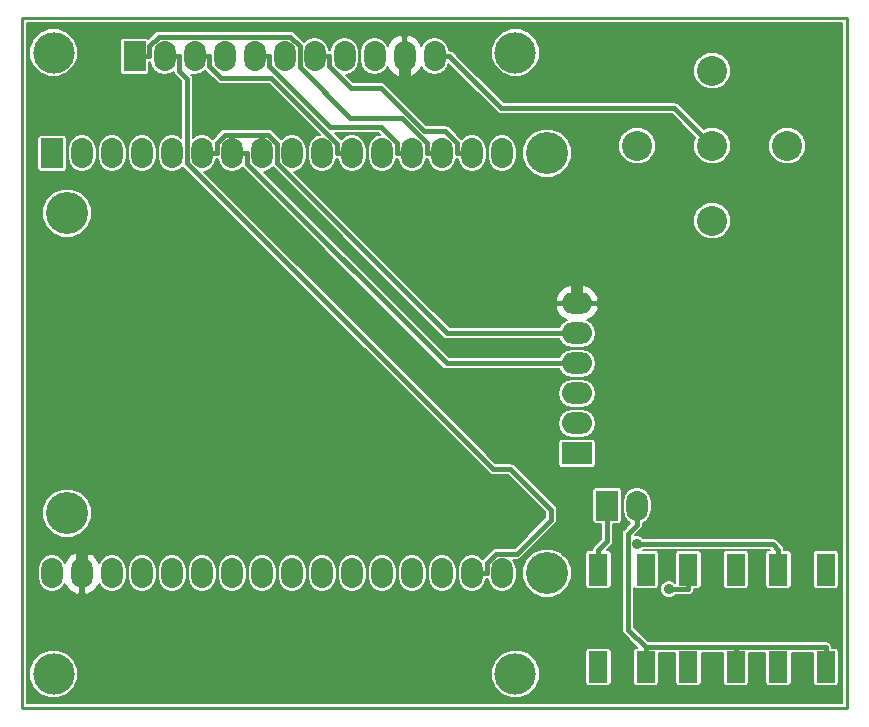
<source format=gtl>
G04 #@! TF.FileFunction,Copper,L1,Top,Signal*
%FSLAX46Y46*%
G04 Gerber Fmt 4.6, Leading zero omitted, Abs format (unit mm)*
G04 Created by KiCad (PCBNEW 4.1.0-alpha+201608211231+7083~46~ubuntu16.04.1-product) date Fri Aug 26 15:46:51 2016*
%MOMM*%
%LPD*%
G01*
G04 APERTURE LIST*
%ADD10C,0.100000*%
%ADD11C,0.228600*%
%ADD12R,2.540000X1.854200*%
%ADD13O,2.540000X1.854200*%
%ADD14C,2.540000*%
%ADD15O,1.854200X2.540000*%
%ADD16R,1.854200X2.540000*%
%ADD17C,3.556000*%
%ADD18R,1.590040X2.667000*%
%ADD19C,3.500000*%
%ADD20C,0.889000*%
%ADD21C,0.406400*%
%ADD22C,1.016000*%
%ADD23C,0.203200*%
G04 APERTURE END LIST*
D10*
D11*
X143510000Y-70485000D02*
X73660000Y-70485000D01*
X143510000Y-128905000D02*
X143510000Y-70485000D01*
X73660000Y-128905000D02*
X143510000Y-128905000D01*
X73660000Y-70485000D02*
X73660000Y-128905000D01*
D12*
X120650000Y-107315000D03*
D13*
X120650000Y-104775000D03*
X120650000Y-102235000D03*
X120650000Y-99695000D03*
X120650000Y-97155000D03*
X120650000Y-94615000D03*
D14*
X132080000Y-81280000D03*
X132080000Y-74930000D03*
X132080000Y-87630000D03*
X125730000Y-81280000D03*
X138430000Y-81280000D03*
D15*
X78740000Y-81915000D03*
X81280000Y-81915000D03*
D16*
X76200000Y-81915000D03*
D15*
X83820000Y-81915000D03*
X86360000Y-81915000D03*
X88900000Y-81915000D03*
X91440000Y-81915000D03*
X93980000Y-81915000D03*
X96520000Y-81915000D03*
X99060000Y-81915000D03*
X101600000Y-81915000D03*
X104140000Y-81915000D03*
X106680000Y-81915000D03*
X109220000Y-81915000D03*
X111760000Y-81915000D03*
X114300000Y-81915000D03*
X114300000Y-117475000D03*
X111760000Y-117475000D03*
X109220000Y-117475000D03*
X106680000Y-117475000D03*
X104140000Y-117475000D03*
X101600000Y-117475000D03*
X99060000Y-117475000D03*
X96520000Y-117475000D03*
X93980000Y-117475000D03*
X91440000Y-117475000D03*
X88900000Y-117475000D03*
X86360000Y-117475000D03*
X83820000Y-117475000D03*
X81280000Y-117475000D03*
X78740000Y-117475000D03*
X76200000Y-117475000D03*
D17*
X77470000Y-86995000D03*
X77470000Y-112395000D03*
X118110000Y-117475000D03*
X118110000Y-81915000D03*
D15*
X125730000Y-111760000D03*
D16*
X123190000Y-111760000D03*
D18*
X122461020Y-117157500D03*
X122461020Y-125412500D03*
X126458980Y-117157500D03*
X126458980Y-125412500D03*
X130081020Y-117157500D03*
X130081020Y-125412500D03*
X134078980Y-117157500D03*
X134078980Y-125412500D03*
X137701020Y-117157500D03*
X137701020Y-125412500D03*
X141698980Y-117157500D03*
X141698980Y-125412500D03*
D19*
X76335000Y-73395000D03*
X115435000Y-73395000D03*
X115435000Y-125995000D03*
X76335000Y-125995000D03*
D16*
X83185000Y-73695000D03*
D15*
X85725000Y-73695000D03*
X88265000Y-73695000D03*
X90805000Y-73695000D03*
X93345000Y-73695000D03*
X95885000Y-73695000D03*
X98425000Y-73695000D03*
X100965000Y-73695000D03*
X103505000Y-73695000D03*
X106045000Y-73695000D03*
X108585000Y-73695000D03*
D20*
X114192200Y-109633400D03*
X104703900Y-111444400D03*
X117475000Y-112481900D03*
X87601700Y-113185300D03*
X97155000Y-112452600D03*
X128431800Y-118821200D03*
X125712100Y-114997400D03*
D21*
X134079000Y-125412500D02*
X134079000Y-123748800D01*
X141699000Y-125412500D02*
X141699000Y-123748800D01*
X128890600Y-78090600D02*
X132080000Y-81280000D01*
X114237900Y-78090600D02*
X128890600Y-78090600D01*
X109842300Y-73695000D02*
X114237900Y-78090600D01*
X108585000Y-73695000D02*
X109842300Y-73695000D01*
X125730000Y-111760000D02*
X125730000Y-113360200D01*
X126459000Y-125412500D02*
X126459000Y-123748800D01*
X141699000Y-123748800D02*
X134079000Y-123748800D01*
X134079000Y-123748800D02*
X126459000Y-123748800D01*
X124962500Y-122252300D02*
X126459000Y-123748800D01*
X124962500Y-114127700D02*
X124962500Y-122252300D01*
X125730000Y-113360200D02*
X124962500Y-114127700D01*
D22*
X106045000Y-73695000D02*
X106045000Y-75727300D01*
X120650000Y-94615000D02*
X120650000Y-92925600D01*
X117040700Y-112481900D02*
X117475000Y-112481900D01*
X114192200Y-109633400D02*
X117040700Y-112481900D01*
X109392200Y-79074500D02*
X106045000Y-75727300D01*
X118889400Y-79074500D02*
X109392200Y-79074500D01*
X120654400Y-80839500D02*
X118889400Y-79074500D01*
X120654400Y-92921200D02*
X120654400Y-80839500D01*
X120650000Y-92925600D02*
X120654400Y-92921200D01*
X78740000Y-117475000D02*
X78740000Y-115442700D01*
X85344300Y-115442700D02*
X87601700Y-113185300D01*
X78740000Y-115442700D02*
X85344300Y-115442700D01*
X106514900Y-109633400D02*
X104703900Y-111444400D01*
X114192200Y-109633400D02*
X106514900Y-109633400D01*
X98163200Y-111444400D02*
X97155000Y-112452600D01*
X104703900Y-111444400D02*
X98163200Y-111444400D01*
X88334400Y-112452600D02*
X87601700Y-113185300D01*
X97155000Y-112452600D02*
X88334400Y-112452600D01*
D21*
X83185000Y-73695000D02*
X84442300Y-73695000D01*
X109220000Y-81915000D02*
X107962700Y-81915000D01*
X107962700Y-81051100D02*
X107962700Y-81915000D01*
X105795900Y-78884300D02*
X107962700Y-81051100D01*
X101456400Y-78884300D02*
X105795900Y-78884300D01*
X97155000Y-74582900D02*
X101456400Y-78884300D01*
X97155000Y-72826400D02*
X97155000Y-74582900D01*
X96383300Y-72054700D02*
X97155000Y-72826400D01*
X85218200Y-72054700D02*
X96383300Y-72054700D01*
X84442300Y-72830600D02*
X85218200Y-72054700D01*
X84442300Y-73695000D02*
X84442300Y-72830600D01*
X110502700Y-81051100D02*
X110502700Y-81915000D01*
X109491700Y-80040100D02*
X110502700Y-81051100D01*
X107670700Y-80040100D02*
X109491700Y-80040100D01*
X104011600Y-76381000D02*
X107670700Y-80040100D01*
X101503900Y-76381000D02*
X104011600Y-76381000D01*
X99682300Y-74559400D02*
X101503900Y-76381000D01*
X99682300Y-73695000D02*
X99682300Y-74559400D01*
X98425000Y-73695000D02*
X99682300Y-73695000D01*
X111760000Y-81915000D02*
X110502700Y-81915000D01*
X113017300Y-116611100D02*
X113017300Y-117475000D01*
X113805900Y-115822500D02*
X113017300Y-116611100D01*
X115565300Y-115822500D02*
X113805900Y-115822500D01*
X118445900Y-112941900D02*
X115565300Y-115822500D01*
X118445900Y-112079400D02*
X118445900Y-112941900D01*
X115014800Y-108648300D02*
X118445900Y-112079400D01*
X113517200Y-108648300D02*
X115014800Y-108648300D01*
X87630000Y-82761100D02*
X113517200Y-108648300D01*
X87630000Y-75600000D02*
X87630000Y-82761100D01*
X86982300Y-74952300D02*
X87630000Y-75600000D01*
X86982300Y-73695000D02*
X86982300Y-74952300D01*
X85725000Y-73695000D02*
X86982300Y-73695000D01*
X111760000Y-117475000D02*
X113017300Y-117475000D01*
X109612900Y-99695000D02*
X120650000Y-99695000D01*
X92697300Y-82779400D02*
X109612900Y-99695000D01*
X92697300Y-81915000D02*
X92697300Y-82779400D01*
X91440000Y-81915000D02*
X92697300Y-81915000D01*
X109661900Y-97155000D02*
X120650000Y-97155000D01*
X95250000Y-82743100D02*
X109661900Y-97155000D01*
X95250000Y-81099400D02*
X95250000Y-82743100D01*
X94487200Y-80336600D02*
X95250000Y-81099400D01*
X90871300Y-80336600D02*
X94487200Y-80336600D01*
X90157300Y-81050600D02*
X90871300Y-80336600D01*
X90157300Y-81915000D02*
X90157300Y-81050600D01*
X88900000Y-81915000D02*
X90157300Y-81915000D01*
X88265000Y-73695000D02*
X89522300Y-73695000D01*
X101600000Y-81915000D02*
X100342700Y-81915000D01*
X100342700Y-81112100D02*
X100342700Y-81915000D01*
X94766100Y-75535500D02*
X100342700Y-81112100D01*
X90498400Y-75535500D02*
X94766100Y-75535500D01*
X89522300Y-74559400D02*
X90498400Y-75535500D01*
X89522300Y-73695000D02*
X89522300Y-74559400D01*
X105422700Y-81051100D02*
X105422700Y-81915000D01*
X104058000Y-79686400D02*
X105422700Y-81051100D01*
X99755700Y-79686400D02*
X104058000Y-79686400D01*
X94602300Y-74533000D02*
X99755700Y-79686400D01*
X94602300Y-73695000D02*
X94602300Y-74533000D01*
X93345000Y-73695000D02*
X94602300Y-73695000D01*
X106680000Y-81915000D02*
X105422700Y-81915000D01*
X123190000Y-114764800D02*
X122461000Y-115493800D01*
X123190000Y-111760000D02*
X123190000Y-114764800D01*
X122461000Y-117157500D02*
X122461000Y-115493800D01*
X130081000Y-117157500D02*
X130081000Y-118821200D01*
X128431800Y-118821200D02*
X130081000Y-118821200D01*
X137204600Y-114997400D02*
X137701000Y-115493800D01*
X125712100Y-114997400D02*
X137204600Y-114997400D01*
X137701000Y-117157500D02*
X137701000Y-115493800D01*
D23*
G36*
X143090900Y-128485900D02*
X74079100Y-128485900D01*
X74079100Y-126401932D01*
X74279844Y-126401932D01*
X74592010Y-127157430D01*
X75169530Y-127735959D01*
X75924482Y-128049443D01*
X76741932Y-128050156D01*
X77497430Y-127737990D01*
X78075959Y-127160470D01*
X78389443Y-126405518D01*
X78389446Y-126401932D01*
X113379844Y-126401932D01*
X113692010Y-127157430D01*
X114269530Y-127735959D01*
X115024482Y-128049443D01*
X115841932Y-128050156D01*
X116597430Y-127737990D01*
X117175959Y-127160470D01*
X117489443Y-126405518D01*
X117490156Y-125588068D01*
X117177990Y-124832570D01*
X116600470Y-124254041D01*
X116178926Y-124079000D01*
X121355229Y-124079000D01*
X121355229Y-126746000D01*
X121378885Y-126864927D01*
X121446252Y-126965748D01*
X121547073Y-127033115D01*
X121666000Y-127056771D01*
X123256040Y-127056771D01*
X123374967Y-127033115D01*
X123475788Y-126965748D01*
X123543155Y-126864927D01*
X123566811Y-126746000D01*
X123566811Y-124079000D01*
X123543155Y-123960073D01*
X123475788Y-123859252D01*
X123374967Y-123791885D01*
X123256040Y-123768229D01*
X121666000Y-123768229D01*
X121547073Y-123791885D01*
X121446252Y-123859252D01*
X121378885Y-123960073D01*
X121355229Y-124079000D01*
X116178926Y-124079000D01*
X115845518Y-123940557D01*
X115028068Y-123939844D01*
X114272570Y-124252010D01*
X113694041Y-124829530D01*
X113380557Y-125584482D01*
X113379844Y-126401932D01*
X78389446Y-126401932D01*
X78390156Y-125588068D01*
X78077990Y-124832570D01*
X77500470Y-124254041D01*
X76745518Y-123940557D01*
X75928068Y-123939844D01*
X75172570Y-124252010D01*
X74594041Y-124829530D01*
X74280557Y-125584482D01*
X74279844Y-126401932D01*
X74079100Y-126401932D01*
X74079100Y-117101248D01*
X74968100Y-117101248D01*
X74968100Y-117848752D01*
X75061873Y-118320180D01*
X75328915Y-118719837D01*
X75728572Y-118986879D01*
X76200000Y-119080652D01*
X76671428Y-118986879D01*
X77071085Y-118719837D01*
X77318586Y-118349425D01*
X77378595Y-118546769D01*
X77761152Y-119012274D01*
X78292730Y-119295947D01*
X78350269Y-119304357D01*
X78587600Y-119193785D01*
X78587600Y-117627400D01*
X78567600Y-117627400D01*
X78567600Y-117322600D01*
X78587600Y-117322600D01*
X78587600Y-115756215D01*
X78892400Y-115756215D01*
X78892400Y-117322600D01*
X78912400Y-117322600D01*
X78912400Y-117627400D01*
X78892400Y-117627400D01*
X78892400Y-119193785D01*
X79129731Y-119304357D01*
X79187270Y-119295947D01*
X79718848Y-119012274D01*
X80101405Y-118546769D01*
X80161414Y-118349425D01*
X80408915Y-118719837D01*
X80808572Y-118986879D01*
X81280000Y-119080652D01*
X81751428Y-118986879D01*
X82151085Y-118719837D01*
X82418127Y-118320180D01*
X82511900Y-117848752D01*
X82511900Y-117101248D01*
X82588100Y-117101248D01*
X82588100Y-117848752D01*
X82681873Y-118320180D01*
X82948915Y-118719837D01*
X83348572Y-118986879D01*
X83820000Y-119080652D01*
X84291428Y-118986879D01*
X84691085Y-118719837D01*
X84958127Y-118320180D01*
X85051900Y-117848752D01*
X85051900Y-117101248D01*
X85128100Y-117101248D01*
X85128100Y-117848752D01*
X85221873Y-118320180D01*
X85488915Y-118719837D01*
X85888572Y-118986879D01*
X86360000Y-119080652D01*
X86831428Y-118986879D01*
X87231085Y-118719837D01*
X87498127Y-118320180D01*
X87591900Y-117848752D01*
X87591900Y-117101248D01*
X87668100Y-117101248D01*
X87668100Y-117848752D01*
X87761873Y-118320180D01*
X88028915Y-118719837D01*
X88428572Y-118986879D01*
X88900000Y-119080652D01*
X89371428Y-118986879D01*
X89771085Y-118719837D01*
X90038127Y-118320180D01*
X90131900Y-117848752D01*
X90131900Y-117101248D01*
X90208100Y-117101248D01*
X90208100Y-117848752D01*
X90301873Y-118320180D01*
X90568915Y-118719837D01*
X90968572Y-118986879D01*
X91440000Y-119080652D01*
X91911428Y-118986879D01*
X92311085Y-118719837D01*
X92578127Y-118320180D01*
X92671900Y-117848752D01*
X92671900Y-117101248D01*
X92748100Y-117101248D01*
X92748100Y-117848752D01*
X92841873Y-118320180D01*
X93108915Y-118719837D01*
X93508572Y-118986879D01*
X93980000Y-119080652D01*
X94451428Y-118986879D01*
X94851085Y-118719837D01*
X95118127Y-118320180D01*
X95211900Y-117848752D01*
X95211900Y-117101248D01*
X95288100Y-117101248D01*
X95288100Y-117848752D01*
X95381873Y-118320180D01*
X95648915Y-118719837D01*
X96048572Y-118986879D01*
X96520000Y-119080652D01*
X96991428Y-118986879D01*
X97391085Y-118719837D01*
X97658127Y-118320180D01*
X97751900Y-117848752D01*
X97751900Y-117101248D01*
X97828100Y-117101248D01*
X97828100Y-117848752D01*
X97921873Y-118320180D01*
X98188915Y-118719837D01*
X98588572Y-118986879D01*
X99060000Y-119080652D01*
X99531428Y-118986879D01*
X99931085Y-118719837D01*
X100198127Y-118320180D01*
X100291900Y-117848752D01*
X100291900Y-117101248D01*
X100368100Y-117101248D01*
X100368100Y-117848752D01*
X100461873Y-118320180D01*
X100728915Y-118719837D01*
X101128572Y-118986879D01*
X101600000Y-119080652D01*
X102071428Y-118986879D01*
X102471085Y-118719837D01*
X102738127Y-118320180D01*
X102831900Y-117848752D01*
X102831900Y-117101248D01*
X102908100Y-117101248D01*
X102908100Y-117848752D01*
X103001873Y-118320180D01*
X103268915Y-118719837D01*
X103668572Y-118986879D01*
X104140000Y-119080652D01*
X104611428Y-118986879D01*
X105011085Y-118719837D01*
X105278127Y-118320180D01*
X105371900Y-117848752D01*
X105371900Y-117101248D01*
X105448100Y-117101248D01*
X105448100Y-117848752D01*
X105541873Y-118320180D01*
X105808915Y-118719837D01*
X106208572Y-118986879D01*
X106680000Y-119080652D01*
X107151428Y-118986879D01*
X107551085Y-118719837D01*
X107818127Y-118320180D01*
X107911900Y-117848752D01*
X107911900Y-117101248D01*
X107988100Y-117101248D01*
X107988100Y-117848752D01*
X108081873Y-118320180D01*
X108348915Y-118719837D01*
X108748572Y-118986879D01*
X109220000Y-119080652D01*
X109691428Y-118986879D01*
X110091085Y-118719837D01*
X110358127Y-118320180D01*
X110451900Y-117848752D01*
X110451900Y-117101248D01*
X110358127Y-116629820D01*
X110091085Y-116230163D01*
X109691428Y-115963121D01*
X109220000Y-115869348D01*
X108748572Y-115963121D01*
X108348915Y-116230163D01*
X108081873Y-116629820D01*
X107988100Y-117101248D01*
X107911900Y-117101248D01*
X107818127Y-116629820D01*
X107551085Y-116230163D01*
X107151428Y-115963121D01*
X106680000Y-115869348D01*
X106208572Y-115963121D01*
X105808915Y-116230163D01*
X105541873Y-116629820D01*
X105448100Y-117101248D01*
X105371900Y-117101248D01*
X105278127Y-116629820D01*
X105011085Y-116230163D01*
X104611428Y-115963121D01*
X104140000Y-115869348D01*
X103668572Y-115963121D01*
X103268915Y-116230163D01*
X103001873Y-116629820D01*
X102908100Y-117101248D01*
X102831900Y-117101248D01*
X102738127Y-116629820D01*
X102471085Y-116230163D01*
X102071428Y-115963121D01*
X101600000Y-115869348D01*
X101128572Y-115963121D01*
X100728915Y-116230163D01*
X100461873Y-116629820D01*
X100368100Y-117101248D01*
X100291900Y-117101248D01*
X100198127Y-116629820D01*
X99931085Y-116230163D01*
X99531428Y-115963121D01*
X99060000Y-115869348D01*
X98588572Y-115963121D01*
X98188915Y-116230163D01*
X97921873Y-116629820D01*
X97828100Y-117101248D01*
X97751900Y-117101248D01*
X97658127Y-116629820D01*
X97391085Y-116230163D01*
X96991428Y-115963121D01*
X96520000Y-115869348D01*
X96048572Y-115963121D01*
X95648915Y-116230163D01*
X95381873Y-116629820D01*
X95288100Y-117101248D01*
X95211900Y-117101248D01*
X95118127Y-116629820D01*
X94851085Y-116230163D01*
X94451428Y-115963121D01*
X93980000Y-115869348D01*
X93508572Y-115963121D01*
X93108915Y-116230163D01*
X92841873Y-116629820D01*
X92748100Y-117101248D01*
X92671900Y-117101248D01*
X92578127Y-116629820D01*
X92311085Y-116230163D01*
X91911428Y-115963121D01*
X91440000Y-115869348D01*
X90968572Y-115963121D01*
X90568915Y-116230163D01*
X90301873Y-116629820D01*
X90208100Y-117101248D01*
X90131900Y-117101248D01*
X90038127Y-116629820D01*
X89771085Y-116230163D01*
X89371428Y-115963121D01*
X88900000Y-115869348D01*
X88428572Y-115963121D01*
X88028915Y-116230163D01*
X87761873Y-116629820D01*
X87668100Y-117101248D01*
X87591900Y-117101248D01*
X87498127Y-116629820D01*
X87231085Y-116230163D01*
X86831428Y-115963121D01*
X86360000Y-115869348D01*
X85888572Y-115963121D01*
X85488915Y-116230163D01*
X85221873Y-116629820D01*
X85128100Y-117101248D01*
X85051900Y-117101248D01*
X84958127Y-116629820D01*
X84691085Y-116230163D01*
X84291428Y-115963121D01*
X83820000Y-115869348D01*
X83348572Y-115963121D01*
X82948915Y-116230163D01*
X82681873Y-116629820D01*
X82588100Y-117101248D01*
X82511900Y-117101248D01*
X82418127Y-116629820D01*
X82151085Y-116230163D01*
X81751428Y-115963121D01*
X81280000Y-115869348D01*
X80808572Y-115963121D01*
X80408915Y-116230163D01*
X80161414Y-116600575D01*
X80101405Y-116403231D01*
X79718848Y-115937726D01*
X79187270Y-115654053D01*
X79129731Y-115645643D01*
X78892400Y-115756215D01*
X78587600Y-115756215D01*
X78350269Y-115645643D01*
X78292730Y-115654053D01*
X77761152Y-115937726D01*
X77378595Y-116403231D01*
X77318586Y-116600575D01*
X77071085Y-116230163D01*
X76671428Y-115963121D01*
X76200000Y-115869348D01*
X75728572Y-115963121D01*
X75328915Y-116230163D01*
X75061873Y-116629820D01*
X74968100Y-117101248D01*
X74079100Y-117101248D01*
X74079100Y-112807477D01*
X75386840Y-112807477D01*
X75703259Y-113573270D01*
X76288648Y-114159682D01*
X77053888Y-114477437D01*
X77882477Y-114478160D01*
X78648270Y-114161741D01*
X79234682Y-113576352D01*
X79552437Y-112811112D01*
X79553160Y-111982523D01*
X79236741Y-111216730D01*
X78651352Y-110630318D01*
X77886112Y-110312563D01*
X77057523Y-110311840D01*
X76291730Y-110628259D01*
X75705318Y-111213648D01*
X75387563Y-111978888D01*
X75386840Y-112807477D01*
X74079100Y-112807477D01*
X74079100Y-87407477D01*
X75386840Y-87407477D01*
X75703259Y-88173270D01*
X76288648Y-88759682D01*
X77053888Y-89077437D01*
X77882477Y-89078160D01*
X78648270Y-88761741D01*
X79234682Y-88176352D01*
X79552437Y-87411112D01*
X79553160Y-86582523D01*
X79236741Y-85816730D01*
X78651352Y-85230318D01*
X77886112Y-84912563D01*
X77057523Y-84911840D01*
X76291730Y-85228259D01*
X75705318Y-85813648D01*
X75387563Y-86578888D01*
X75386840Y-87407477D01*
X74079100Y-87407477D01*
X74079100Y-80645000D01*
X74962129Y-80645000D01*
X74962129Y-83185000D01*
X74985785Y-83303927D01*
X75053152Y-83404748D01*
X75153973Y-83472115D01*
X75272900Y-83495771D01*
X77127100Y-83495771D01*
X77246027Y-83472115D01*
X77346848Y-83404748D01*
X77414215Y-83303927D01*
X77437871Y-83185000D01*
X77437871Y-81541248D01*
X77508100Y-81541248D01*
X77508100Y-82288752D01*
X77601873Y-82760180D01*
X77868915Y-83159837D01*
X78268572Y-83426879D01*
X78740000Y-83520652D01*
X79211428Y-83426879D01*
X79611085Y-83159837D01*
X79878127Y-82760180D01*
X79971900Y-82288752D01*
X79971900Y-81541248D01*
X80048100Y-81541248D01*
X80048100Y-82288752D01*
X80141873Y-82760180D01*
X80408915Y-83159837D01*
X80808572Y-83426879D01*
X81280000Y-83520652D01*
X81751428Y-83426879D01*
X82151085Y-83159837D01*
X82418127Y-82760180D01*
X82511900Y-82288752D01*
X82511900Y-81541248D01*
X82588100Y-81541248D01*
X82588100Y-82288752D01*
X82681873Y-82760180D01*
X82948915Y-83159837D01*
X83348572Y-83426879D01*
X83820000Y-83520652D01*
X84291428Y-83426879D01*
X84691085Y-83159837D01*
X84958127Y-82760180D01*
X85051900Y-82288752D01*
X85051900Y-81541248D01*
X84958127Y-81069820D01*
X84691085Y-80670163D01*
X84291428Y-80403121D01*
X83820000Y-80309348D01*
X83348572Y-80403121D01*
X82948915Y-80670163D01*
X82681873Y-81069820D01*
X82588100Y-81541248D01*
X82511900Y-81541248D01*
X82418127Y-81069820D01*
X82151085Y-80670163D01*
X81751428Y-80403121D01*
X81280000Y-80309348D01*
X80808572Y-80403121D01*
X80408915Y-80670163D01*
X80141873Y-81069820D01*
X80048100Y-81541248D01*
X79971900Y-81541248D01*
X79878127Y-81069820D01*
X79611085Y-80670163D01*
X79211428Y-80403121D01*
X78740000Y-80309348D01*
X78268572Y-80403121D01*
X77868915Y-80670163D01*
X77601873Y-81069820D01*
X77508100Y-81541248D01*
X77437871Y-81541248D01*
X77437871Y-80645000D01*
X77414215Y-80526073D01*
X77346848Y-80425252D01*
X77246027Y-80357885D01*
X77127100Y-80334229D01*
X75272900Y-80334229D01*
X75153973Y-80357885D01*
X75053152Y-80425252D01*
X74985785Y-80526073D01*
X74962129Y-80645000D01*
X74079100Y-80645000D01*
X74079100Y-73801932D01*
X74279844Y-73801932D01*
X74592010Y-74557430D01*
X75169530Y-75135959D01*
X75924482Y-75449443D01*
X76741932Y-75450156D01*
X77497430Y-75137990D01*
X78075959Y-74560470D01*
X78389443Y-73805518D01*
X78390156Y-72988068D01*
X78157501Y-72425000D01*
X81947129Y-72425000D01*
X81947129Y-74965000D01*
X81970785Y-75083927D01*
X82038152Y-75184748D01*
X82138973Y-75252115D01*
X82257900Y-75275771D01*
X84112100Y-75275771D01*
X84231027Y-75252115D01*
X84331848Y-75184748D01*
X84399215Y-75083927D01*
X84422871Y-74965000D01*
X84422871Y-74203000D01*
X84442300Y-74203000D01*
X84516854Y-74188170D01*
X84586873Y-74540180D01*
X84853915Y-74939837D01*
X85253572Y-75206879D01*
X85725000Y-75300652D01*
X86196428Y-75206879D01*
X86486399Y-75013127D01*
X86512969Y-75146703D01*
X86623090Y-75311510D01*
X87122000Y-75810420D01*
X87122000Y-80597275D01*
X86831428Y-80403121D01*
X86360000Y-80309348D01*
X85888572Y-80403121D01*
X85488915Y-80670163D01*
X85221873Y-81069820D01*
X85128100Y-81541248D01*
X85128100Y-82288752D01*
X85221873Y-82760180D01*
X85488915Y-83159837D01*
X85888572Y-83426879D01*
X86360000Y-83520652D01*
X86831428Y-83426879D01*
X87231085Y-83159837D01*
X87264143Y-83110362D01*
X87270790Y-83120310D01*
X113157990Y-109007510D01*
X113322796Y-109117631D01*
X113355050Y-109124046D01*
X113517200Y-109156300D01*
X114804380Y-109156300D01*
X117937900Y-112289820D01*
X117937900Y-112731479D01*
X115354880Y-115314500D01*
X113805900Y-115314500D01*
X113611497Y-115353169D01*
X113446690Y-115463290D01*
X112658090Y-116251890D01*
X112651846Y-116261234D01*
X112631085Y-116230163D01*
X112231428Y-115963121D01*
X111760000Y-115869348D01*
X111288572Y-115963121D01*
X110888915Y-116230163D01*
X110621873Y-116629820D01*
X110528100Y-117101248D01*
X110528100Y-117848752D01*
X110621873Y-118320180D01*
X110888915Y-118719837D01*
X111288572Y-118986879D01*
X111760000Y-119080652D01*
X112231428Y-118986879D01*
X112631085Y-118719837D01*
X112898127Y-118320180D01*
X112965196Y-117983000D01*
X113017300Y-117983000D01*
X113091854Y-117968170D01*
X113161873Y-118320180D01*
X113428915Y-118719837D01*
X113828572Y-118986879D01*
X114300000Y-119080652D01*
X114771428Y-118986879D01*
X115171085Y-118719837D01*
X115438127Y-118320180D01*
X115524197Y-117887477D01*
X116026840Y-117887477D01*
X116343259Y-118653270D01*
X116928648Y-119239682D01*
X117693888Y-119557437D01*
X118522477Y-119558160D01*
X119288270Y-119241741D01*
X119874682Y-118656352D01*
X120192437Y-117891112D01*
X120193160Y-117062523D01*
X119876741Y-116296730D01*
X119404836Y-115824000D01*
X121355229Y-115824000D01*
X121355229Y-118491000D01*
X121378885Y-118609927D01*
X121446252Y-118710748D01*
X121547073Y-118778115D01*
X121666000Y-118801771D01*
X123256040Y-118801771D01*
X123374967Y-118778115D01*
X123475788Y-118710748D01*
X123543155Y-118609927D01*
X123566811Y-118491000D01*
X123566811Y-115824000D01*
X123543155Y-115705073D01*
X123475788Y-115604252D01*
X123374967Y-115536885D01*
X123256040Y-115513229D01*
X123159991Y-115513229D01*
X123549210Y-115124010D01*
X123659331Y-114959203D01*
X123698000Y-114764800D01*
X123698000Y-114127700D01*
X124454500Y-114127700D01*
X124454500Y-122252300D01*
X124493169Y-122446703D01*
X124603290Y-122611510D01*
X125760008Y-123768229D01*
X125663960Y-123768229D01*
X125545033Y-123791885D01*
X125444212Y-123859252D01*
X125376845Y-123960073D01*
X125353189Y-124079000D01*
X125353189Y-126746000D01*
X125376845Y-126864927D01*
X125444212Y-126965748D01*
X125545033Y-127033115D01*
X125663960Y-127056771D01*
X127254000Y-127056771D01*
X127372927Y-127033115D01*
X127473748Y-126965748D01*
X127541115Y-126864927D01*
X127564771Y-126746000D01*
X127564771Y-124256800D01*
X128975229Y-124256800D01*
X128975229Y-126746000D01*
X128998885Y-126864927D01*
X129066252Y-126965748D01*
X129167073Y-127033115D01*
X129286000Y-127056771D01*
X130876040Y-127056771D01*
X130994967Y-127033115D01*
X131095788Y-126965748D01*
X131163155Y-126864927D01*
X131186811Y-126746000D01*
X131186811Y-124256800D01*
X132973189Y-124256800D01*
X132973189Y-126746000D01*
X132996845Y-126864927D01*
X133064212Y-126965748D01*
X133165033Y-127033115D01*
X133283960Y-127056771D01*
X134874000Y-127056771D01*
X134992927Y-127033115D01*
X135093748Y-126965748D01*
X135161115Y-126864927D01*
X135184771Y-126746000D01*
X135184771Y-124256800D01*
X136595229Y-124256800D01*
X136595229Y-126746000D01*
X136618885Y-126864927D01*
X136686252Y-126965748D01*
X136787073Y-127033115D01*
X136906000Y-127056771D01*
X138496040Y-127056771D01*
X138614967Y-127033115D01*
X138715788Y-126965748D01*
X138783155Y-126864927D01*
X138806811Y-126746000D01*
X138806811Y-124256800D01*
X140593189Y-124256800D01*
X140593189Y-126746000D01*
X140616845Y-126864927D01*
X140684212Y-126965748D01*
X140785033Y-127033115D01*
X140903960Y-127056771D01*
X142494000Y-127056771D01*
X142612927Y-127033115D01*
X142713748Y-126965748D01*
X142781115Y-126864927D01*
X142804771Y-126746000D01*
X142804771Y-124079000D01*
X142781115Y-123960073D01*
X142713748Y-123859252D01*
X142612927Y-123791885D01*
X142494000Y-123768229D01*
X142207000Y-123768229D01*
X142207000Y-123748800D01*
X142168331Y-123554397D01*
X142058210Y-123389590D01*
X141893403Y-123279469D01*
X141699000Y-123240800D01*
X126669421Y-123240800D01*
X125470500Y-122041880D01*
X125470500Y-118969591D01*
X127682370Y-118969591D01*
X127796204Y-119245090D01*
X128006801Y-119456056D01*
X128282101Y-119570370D01*
X128580191Y-119570630D01*
X128855690Y-119456796D01*
X128983510Y-119329200D01*
X130081000Y-119329200D01*
X130275403Y-119290531D01*
X130440210Y-119180410D01*
X130550331Y-119015603D01*
X130589000Y-118821200D01*
X130589000Y-118801771D01*
X130876040Y-118801771D01*
X130994967Y-118778115D01*
X131095788Y-118710748D01*
X131163155Y-118609927D01*
X131186811Y-118491000D01*
X131186811Y-115824000D01*
X132973189Y-115824000D01*
X132973189Y-118491000D01*
X132996845Y-118609927D01*
X133064212Y-118710748D01*
X133165033Y-118778115D01*
X133283960Y-118801771D01*
X134874000Y-118801771D01*
X134992927Y-118778115D01*
X135093748Y-118710748D01*
X135161115Y-118609927D01*
X135184771Y-118491000D01*
X135184771Y-115824000D01*
X135161115Y-115705073D01*
X135093748Y-115604252D01*
X134992927Y-115536885D01*
X134874000Y-115513229D01*
X133283960Y-115513229D01*
X133165033Y-115536885D01*
X133064212Y-115604252D01*
X132996845Y-115705073D01*
X132973189Y-115824000D01*
X131186811Y-115824000D01*
X131163155Y-115705073D01*
X131095788Y-115604252D01*
X130994967Y-115536885D01*
X130876040Y-115513229D01*
X129286000Y-115513229D01*
X129167073Y-115536885D01*
X129066252Y-115604252D01*
X128998885Y-115705073D01*
X128975229Y-115824000D01*
X128975229Y-118304982D01*
X128856799Y-118186344D01*
X128581499Y-118072030D01*
X128283409Y-118071770D01*
X128007910Y-118185604D01*
X127796944Y-118396201D01*
X127682630Y-118671501D01*
X127682370Y-118969591D01*
X125470500Y-118969591D01*
X125470500Y-118728313D01*
X125545033Y-118778115D01*
X125663960Y-118801771D01*
X127254000Y-118801771D01*
X127372927Y-118778115D01*
X127473748Y-118710748D01*
X127541115Y-118609927D01*
X127564771Y-118491000D01*
X127564771Y-115824000D01*
X127541115Y-115705073D01*
X127473748Y-115604252D01*
X127372927Y-115536885D01*
X127254000Y-115513229D01*
X126255967Y-115513229D01*
X126263810Y-115505400D01*
X136994180Y-115505400D01*
X137002009Y-115513229D01*
X136906000Y-115513229D01*
X136787073Y-115536885D01*
X136686252Y-115604252D01*
X136618885Y-115705073D01*
X136595229Y-115824000D01*
X136595229Y-118491000D01*
X136618885Y-118609927D01*
X136686252Y-118710748D01*
X136787073Y-118778115D01*
X136906000Y-118801771D01*
X138496040Y-118801771D01*
X138614967Y-118778115D01*
X138715788Y-118710748D01*
X138783155Y-118609927D01*
X138806811Y-118491000D01*
X138806811Y-115824000D01*
X140593189Y-115824000D01*
X140593189Y-118491000D01*
X140616845Y-118609927D01*
X140684212Y-118710748D01*
X140785033Y-118778115D01*
X140903960Y-118801771D01*
X142494000Y-118801771D01*
X142612927Y-118778115D01*
X142713748Y-118710748D01*
X142781115Y-118609927D01*
X142804771Y-118491000D01*
X142804771Y-115824000D01*
X142781115Y-115705073D01*
X142713748Y-115604252D01*
X142612927Y-115536885D01*
X142494000Y-115513229D01*
X140903960Y-115513229D01*
X140785033Y-115536885D01*
X140684212Y-115604252D01*
X140616845Y-115705073D01*
X140593189Y-115824000D01*
X138806811Y-115824000D01*
X138783155Y-115705073D01*
X138715788Y-115604252D01*
X138614967Y-115536885D01*
X138496040Y-115513229D01*
X138209000Y-115513229D01*
X138209000Y-115493800D01*
X138170331Y-115299397D01*
X138060211Y-115134590D01*
X137563810Y-114638190D01*
X137399003Y-114528069D01*
X137204600Y-114489400D01*
X126263733Y-114489400D01*
X126137099Y-114362544D01*
X125861799Y-114248230D01*
X125563709Y-114247970D01*
X125558496Y-114250124D01*
X126089210Y-113719410D01*
X126199331Y-113554603D01*
X126238000Y-113360200D01*
X126238000Y-113247442D01*
X126601085Y-113004837D01*
X126868127Y-112605180D01*
X126961900Y-112133752D01*
X126961900Y-111386248D01*
X126868127Y-110914820D01*
X126601085Y-110515163D01*
X126201428Y-110248121D01*
X125730000Y-110154348D01*
X125258572Y-110248121D01*
X124858915Y-110515163D01*
X124591873Y-110914820D01*
X124498100Y-111386248D01*
X124498100Y-112133752D01*
X124591873Y-112605180D01*
X124858915Y-113004837D01*
X125163456Y-113208324D01*
X124603290Y-113768490D01*
X124493169Y-113933297D01*
X124454500Y-114127700D01*
X123698000Y-114127700D01*
X123698000Y-113340771D01*
X124117100Y-113340771D01*
X124236027Y-113317115D01*
X124336848Y-113249748D01*
X124404215Y-113148927D01*
X124427871Y-113030000D01*
X124427871Y-110490000D01*
X124404215Y-110371073D01*
X124336848Y-110270252D01*
X124236027Y-110202885D01*
X124117100Y-110179229D01*
X122262900Y-110179229D01*
X122143973Y-110202885D01*
X122043152Y-110270252D01*
X121975785Y-110371073D01*
X121952129Y-110490000D01*
X121952129Y-113030000D01*
X121975785Y-113148927D01*
X122043152Y-113249748D01*
X122143973Y-113317115D01*
X122262900Y-113340771D01*
X122682000Y-113340771D01*
X122682000Y-114554380D01*
X122101790Y-115134590D01*
X121991669Y-115299397D01*
X121953000Y-115493800D01*
X121953000Y-115513229D01*
X121666000Y-115513229D01*
X121547073Y-115536885D01*
X121446252Y-115604252D01*
X121378885Y-115705073D01*
X121355229Y-115824000D01*
X119404836Y-115824000D01*
X119291352Y-115710318D01*
X118526112Y-115392563D01*
X117697523Y-115391840D01*
X116931730Y-115708259D01*
X116345318Y-116293648D01*
X116027563Y-117058888D01*
X116026840Y-117887477D01*
X115524197Y-117887477D01*
X115531900Y-117848752D01*
X115531900Y-117101248D01*
X115438127Y-116629820D01*
X115238128Y-116330500D01*
X115565300Y-116330500D01*
X115759703Y-116291831D01*
X115924510Y-116181710D01*
X118805111Y-113301110D01*
X118915231Y-113136303D01*
X118953900Y-112941900D01*
X118953900Y-112079400D01*
X118915231Y-111884997D01*
X118915231Y-111884996D01*
X118805110Y-111720190D01*
X115374010Y-108289090D01*
X115209203Y-108178969D01*
X115014800Y-108140300D01*
X113727620Y-108140300D01*
X111975220Y-106387900D01*
X119069229Y-106387900D01*
X119069229Y-108242100D01*
X119092885Y-108361027D01*
X119160252Y-108461848D01*
X119261073Y-108529215D01*
X119380000Y-108552871D01*
X121920000Y-108552871D01*
X122038927Y-108529215D01*
X122139748Y-108461848D01*
X122207115Y-108361027D01*
X122230771Y-108242100D01*
X122230771Y-106387900D01*
X122207115Y-106268973D01*
X122139748Y-106168152D01*
X122038927Y-106100785D01*
X121920000Y-106077129D01*
X119380000Y-106077129D01*
X119261073Y-106100785D01*
X119160252Y-106168152D01*
X119092885Y-106268973D01*
X119069229Y-106387900D01*
X111975220Y-106387900D01*
X110362320Y-104775000D01*
X119044348Y-104775000D01*
X119138121Y-105246428D01*
X119405163Y-105646085D01*
X119804820Y-105913127D01*
X120276248Y-106006900D01*
X121023752Y-106006900D01*
X121495180Y-105913127D01*
X121894837Y-105646085D01*
X122161879Y-105246428D01*
X122255652Y-104775000D01*
X122161879Y-104303572D01*
X121894837Y-103903915D01*
X121495180Y-103636873D01*
X121023752Y-103543100D01*
X120276248Y-103543100D01*
X119804820Y-103636873D01*
X119405163Y-103903915D01*
X119138121Y-104303572D01*
X119044348Y-104775000D01*
X110362320Y-104775000D01*
X107822320Y-102235000D01*
X119044348Y-102235000D01*
X119138121Y-102706428D01*
X119405163Y-103106085D01*
X119804820Y-103373127D01*
X120276248Y-103466900D01*
X121023752Y-103466900D01*
X121495180Y-103373127D01*
X121894837Y-103106085D01*
X122161879Y-102706428D01*
X122255652Y-102235000D01*
X122161879Y-101763572D01*
X121894837Y-101363915D01*
X121495180Y-101096873D01*
X121023752Y-101003100D01*
X120276248Y-101003100D01*
X119804820Y-101096873D01*
X119405163Y-101363915D01*
X119138121Y-101763572D01*
X119044348Y-102235000D01*
X107822320Y-102235000D01*
X89073467Y-83486147D01*
X89371428Y-83426879D01*
X89771085Y-83159837D01*
X90038127Y-82760180D01*
X90105196Y-82423000D01*
X90157300Y-82423000D01*
X90231854Y-82408170D01*
X90301873Y-82760180D01*
X90568915Y-83159837D01*
X90968572Y-83426879D01*
X91440000Y-83520652D01*
X91911428Y-83426879D01*
X92311085Y-83159837D01*
X92331679Y-83129016D01*
X92338090Y-83138610D01*
X109253690Y-100054210D01*
X109418497Y-100164331D01*
X109612900Y-100203000D01*
X119162558Y-100203000D01*
X119405163Y-100566085D01*
X119804820Y-100833127D01*
X120276248Y-100926900D01*
X121023752Y-100926900D01*
X121495180Y-100833127D01*
X121894837Y-100566085D01*
X122161879Y-100166428D01*
X122255652Y-99695000D01*
X122161879Y-99223572D01*
X121894837Y-98823915D01*
X121495180Y-98556873D01*
X121023752Y-98463100D01*
X120276248Y-98463100D01*
X119804820Y-98556873D01*
X119405163Y-98823915D01*
X119162558Y-99187000D01*
X109823320Y-99187000D01*
X94127610Y-83491290D01*
X94451428Y-83426879D01*
X94851085Y-83159837D01*
X94890157Y-83101362D01*
X94890790Y-83102310D01*
X109302689Y-97514210D01*
X109467496Y-97624331D01*
X109478039Y-97626428D01*
X109661900Y-97663000D01*
X119162558Y-97663000D01*
X119405163Y-98026085D01*
X119804820Y-98293127D01*
X120276248Y-98386900D01*
X121023752Y-98386900D01*
X121495180Y-98293127D01*
X121894837Y-98026085D01*
X122161879Y-97626428D01*
X122255652Y-97155000D01*
X122161879Y-96683572D01*
X121894837Y-96283915D01*
X121524425Y-96036414D01*
X121721769Y-95976405D01*
X122187274Y-95593848D01*
X122470947Y-95062270D01*
X122479357Y-95004731D01*
X122368785Y-94767400D01*
X120802400Y-94767400D01*
X120802400Y-94787400D01*
X120497600Y-94787400D01*
X120497600Y-94767400D01*
X118931215Y-94767400D01*
X118820643Y-95004731D01*
X118829053Y-95062270D01*
X119112726Y-95593848D01*
X119578231Y-95976405D01*
X119775575Y-96036414D01*
X119405163Y-96283915D01*
X119162558Y-96647000D01*
X109872321Y-96647000D01*
X107450590Y-94225269D01*
X118820643Y-94225269D01*
X118931215Y-94462600D01*
X120497600Y-94462600D01*
X120497600Y-93078300D01*
X120802400Y-93078300D01*
X120802400Y-94462600D01*
X122368785Y-94462600D01*
X122479357Y-94225269D01*
X122470947Y-94167730D01*
X122187274Y-93636152D01*
X121721769Y-93253595D01*
X121145300Y-93078300D01*
X120802400Y-93078300D01*
X120497600Y-93078300D01*
X120154700Y-93078300D01*
X119578231Y-93253595D01*
X119112726Y-93636152D01*
X118829053Y-94167730D01*
X118820643Y-94225269D01*
X107450590Y-94225269D01*
X101167194Y-87941873D01*
X130504927Y-87941873D01*
X130744171Y-88520887D01*
X131186783Y-88964272D01*
X131765379Y-89204526D01*
X132391873Y-89205073D01*
X132970887Y-88965829D01*
X133414272Y-88523217D01*
X133654526Y-87944621D01*
X133655073Y-87318127D01*
X133415829Y-86739113D01*
X132973217Y-86295728D01*
X132394621Y-86055474D01*
X131768127Y-86054927D01*
X131189113Y-86294171D01*
X130745728Y-86736783D01*
X130505474Y-87315379D01*
X130504927Y-87941873D01*
X101167194Y-87941873D01*
X96708481Y-83483161D01*
X96991428Y-83426879D01*
X97391085Y-83159837D01*
X97658127Y-82760180D01*
X97751900Y-82288752D01*
X97751900Y-81541248D01*
X97658127Y-81069820D01*
X97391085Y-80670163D01*
X96991428Y-80403121D01*
X96520000Y-80309348D01*
X96048572Y-80403121D01*
X95648915Y-80670163D01*
X95604963Y-80735943D01*
X94846410Y-79977390D01*
X94681603Y-79867269D01*
X94487200Y-79828600D01*
X90871300Y-79828600D01*
X90676897Y-79867269D01*
X90676895Y-79867270D01*
X90676896Y-79867270D01*
X90512089Y-79977390D01*
X89798090Y-80691390D01*
X89791679Y-80700984D01*
X89771085Y-80670163D01*
X89371428Y-80403121D01*
X88900000Y-80309348D01*
X88428572Y-80403121D01*
X88138000Y-80597275D01*
X88138000Y-75600000D01*
X88108194Y-75450156D01*
X88099331Y-75405596D01*
X87993066Y-75246561D01*
X88265000Y-75300652D01*
X88736428Y-75206879D01*
X89136085Y-74939837D01*
X89156679Y-74909016D01*
X89163090Y-74918610D01*
X90139190Y-75894710D01*
X90303997Y-76004831D01*
X90498400Y-76043500D01*
X94555680Y-76043500D01*
X98861093Y-80348913D01*
X98588572Y-80403121D01*
X98188915Y-80670163D01*
X97921873Y-81069820D01*
X97828100Y-81541248D01*
X97828100Y-82288752D01*
X97921873Y-82760180D01*
X98188915Y-83159837D01*
X98588572Y-83426879D01*
X99060000Y-83520652D01*
X99531428Y-83426879D01*
X99931085Y-83159837D01*
X100198127Y-82760180D01*
X100268146Y-82408170D01*
X100342700Y-82423000D01*
X100394804Y-82423000D01*
X100461873Y-82760180D01*
X100728915Y-83159837D01*
X101128572Y-83426879D01*
X101600000Y-83520652D01*
X102071428Y-83426879D01*
X102471085Y-83159837D01*
X102738127Y-82760180D01*
X102831900Y-82288752D01*
X102831900Y-81541248D01*
X102738127Y-81069820D01*
X102471085Y-80670163D01*
X102071428Y-80403121D01*
X101600000Y-80309348D01*
X101128572Y-80403121D01*
X100728915Y-80670163D01*
X100684963Y-80735943D01*
X100143420Y-80194400D01*
X103847580Y-80194400D01*
X103991973Y-80338793D01*
X103668572Y-80403121D01*
X103268915Y-80670163D01*
X103001873Y-81069820D01*
X102908100Y-81541248D01*
X102908100Y-82288752D01*
X103001873Y-82760180D01*
X103268915Y-83159837D01*
X103668572Y-83426879D01*
X104140000Y-83520652D01*
X104611428Y-83426879D01*
X105011085Y-83159837D01*
X105278127Y-82760180D01*
X105348146Y-82408170D01*
X105422700Y-82423000D01*
X105474804Y-82423000D01*
X105541873Y-82760180D01*
X105808915Y-83159837D01*
X106208572Y-83426879D01*
X106680000Y-83520652D01*
X107151428Y-83426879D01*
X107551085Y-83159837D01*
X107818127Y-82760180D01*
X107888146Y-82408170D01*
X107962700Y-82423000D01*
X108014804Y-82423000D01*
X108081873Y-82760180D01*
X108348915Y-83159837D01*
X108748572Y-83426879D01*
X109220000Y-83520652D01*
X109691428Y-83426879D01*
X110091085Y-83159837D01*
X110358127Y-82760180D01*
X110428146Y-82408170D01*
X110502700Y-82423000D01*
X110554804Y-82423000D01*
X110621873Y-82760180D01*
X110888915Y-83159837D01*
X111288572Y-83426879D01*
X111760000Y-83520652D01*
X112231428Y-83426879D01*
X112631085Y-83159837D01*
X112898127Y-82760180D01*
X112991900Y-82288752D01*
X112991900Y-81541248D01*
X113068100Y-81541248D01*
X113068100Y-82288752D01*
X113161873Y-82760180D01*
X113428915Y-83159837D01*
X113828572Y-83426879D01*
X114300000Y-83520652D01*
X114771428Y-83426879D01*
X115171085Y-83159837D01*
X115438127Y-82760180D01*
X115524197Y-82327477D01*
X116026840Y-82327477D01*
X116343259Y-83093270D01*
X116928648Y-83679682D01*
X117693888Y-83997437D01*
X118522477Y-83998160D01*
X119288270Y-83681741D01*
X119874682Y-83096352D01*
X120192437Y-82331112D01*
X120193082Y-81591873D01*
X124154927Y-81591873D01*
X124394171Y-82170887D01*
X124836783Y-82614272D01*
X125415379Y-82854526D01*
X126041873Y-82855073D01*
X126620887Y-82615829D01*
X127064272Y-82173217D01*
X127304526Y-81594621D01*
X127305073Y-80968127D01*
X127065829Y-80389113D01*
X126623217Y-79945728D01*
X126044621Y-79705474D01*
X125418127Y-79704927D01*
X124839113Y-79944171D01*
X124395728Y-80386783D01*
X124155474Y-80965379D01*
X124154927Y-81591873D01*
X120193082Y-81591873D01*
X120193160Y-81502523D01*
X119876741Y-80736730D01*
X119291352Y-80150318D01*
X118526112Y-79832563D01*
X117697523Y-79831840D01*
X116931730Y-80148259D01*
X116345318Y-80733648D01*
X116027563Y-81498888D01*
X116026840Y-82327477D01*
X115524197Y-82327477D01*
X115531900Y-82288752D01*
X115531900Y-81541248D01*
X115438127Y-81069820D01*
X115171085Y-80670163D01*
X114771428Y-80403121D01*
X114300000Y-80309348D01*
X113828572Y-80403121D01*
X113428915Y-80670163D01*
X113161873Y-81069820D01*
X113068100Y-81541248D01*
X112991900Y-81541248D01*
X112898127Y-81069820D01*
X112631085Y-80670163D01*
X112231428Y-80403121D01*
X111760000Y-80309348D01*
X111288572Y-80403121D01*
X110888915Y-80670163D01*
X110868154Y-80701234D01*
X110861910Y-80691890D01*
X109850910Y-79680890D01*
X109686103Y-79570769D01*
X109491700Y-79532100D01*
X107881120Y-79532100D01*
X104370810Y-76021790D01*
X104206003Y-75911669D01*
X104011600Y-75873000D01*
X101714321Y-75873000D01*
X101112611Y-75271290D01*
X101436428Y-75206879D01*
X101836085Y-74939837D01*
X102103127Y-74540180D01*
X102196900Y-74068752D01*
X102196900Y-73321248D01*
X102273100Y-73321248D01*
X102273100Y-74068752D01*
X102366873Y-74540180D01*
X102633915Y-74939837D01*
X103033572Y-75206879D01*
X103505000Y-75300652D01*
X103976428Y-75206879D01*
X104376085Y-74939837D01*
X104623586Y-74569425D01*
X104683595Y-74766769D01*
X105066152Y-75232274D01*
X105597730Y-75515947D01*
X105655269Y-75524357D01*
X105892600Y-75413785D01*
X105892600Y-73847400D01*
X105872600Y-73847400D01*
X105872600Y-73542600D01*
X105892600Y-73542600D01*
X105892600Y-71976215D01*
X106197400Y-71976215D01*
X106197400Y-73542600D01*
X106217400Y-73542600D01*
X106217400Y-73847400D01*
X106197400Y-73847400D01*
X106197400Y-75413785D01*
X106434731Y-75524357D01*
X106492270Y-75515947D01*
X107023848Y-75232274D01*
X107406405Y-74766769D01*
X107466414Y-74569425D01*
X107713915Y-74939837D01*
X108113572Y-75206879D01*
X108585000Y-75300652D01*
X109056428Y-75206879D01*
X109456085Y-74939837D01*
X109723127Y-74540180D01*
X109763930Y-74335050D01*
X113878690Y-78449810D01*
X114043496Y-78559931D01*
X114237900Y-78598600D01*
X128680180Y-78598600D01*
X130664348Y-80582768D01*
X130505474Y-80965379D01*
X130504927Y-81591873D01*
X130744171Y-82170887D01*
X131186783Y-82614272D01*
X131765379Y-82854526D01*
X132391873Y-82855073D01*
X132970887Y-82615829D01*
X133414272Y-82173217D01*
X133654526Y-81594621D01*
X133654528Y-81591873D01*
X136854927Y-81591873D01*
X137094171Y-82170887D01*
X137536783Y-82614272D01*
X138115379Y-82854526D01*
X138741873Y-82855073D01*
X139320887Y-82615829D01*
X139764272Y-82173217D01*
X140004526Y-81594621D01*
X140005073Y-80968127D01*
X139765829Y-80389113D01*
X139323217Y-79945728D01*
X138744621Y-79705474D01*
X138118127Y-79704927D01*
X137539113Y-79944171D01*
X137095728Y-80386783D01*
X136855474Y-80965379D01*
X136854927Y-81591873D01*
X133654528Y-81591873D01*
X133655073Y-80968127D01*
X133415829Y-80389113D01*
X132973217Y-79945728D01*
X132394621Y-79705474D01*
X131768127Y-79704927D01*
X131382631Y-79864211D01*
X129249810Y-77731390D01*
X129085003Y-77621269D01*
X128890600Y-77582600D01*
X114448320Y-77582600D01*
X110667652Y-73801932D01*
X113379844Y-73801932D01*
X113692010Y-74557430D01*
X114269530Y-75135959D01*
X115024482Y-75449443D01*
X115841932Y-75450156D01*
X116346014Y-75241873D01*
X130504927Y-75241873D01*
X130744171Y-75820887D01*
X131186783Y-76264272D01*
X131765379Y-76504526D01*
X132391873Y-76505073D01*
X132970887Y-76265829D01*
X133414272Y-75823217D01*
X133654526Y-75244621D01*
X133655073Y-74618127D01*
X133415829Y-74039113D01*
X132973217Y-73595728D01*
X132394621Y-73355474D01*
X131768127Y-73354927D01*
X131189113Y-73594171D01*
X130745728Y-74036783D01*
X130505474Y-74615379D01*
X130504927Y-75241873D01*
X116346014Y-75241873D01*
X116597430Y-75137990D01*
X117175959Y-74560470D01*
X117489443Y-73805518D01*
X117490156Y-72988068D01*
X117177990Y-72232570D01*
X116600470Y-71654041D01*
X115845518Y-71340557D01*
X115028068Y-71339844D01*
X114272570Y-71652010D01*
X113694041Y-72229530D01*
X113380557Y-72984482D01*
X113379844Y-73801932D01*
X110667652Y-73801932D01*
X110201510Y-73335790D01*
X110036703Y-73225669D01*
X109842300Y-73187000D01*
X109790196Y-73187000D01*
X109723127Y-72849820D01*
X109456085Y-72450163D01*
X109056428Y-72183121D01*
X108585000Y-72089348D01*
X108113572Y-72183121D01*
X107713915Y-72450163D01*
X107466414Y-72820575D01*
X107406405Y-72623231D01*
X107023848Y-72157726D01*
X106492270Y-71874053D01*
X106434731Y-71865643D01*
X106197400Y-71976215D01*
X105892600Y-71976215D01*
X105655269Y-71865643D01*
X105597730Y-71874053D01*
X105066152Y-72157726D01*
X104683595Y-72623231D01*
X104623586Y-72820575D01*
X104376085Y-72450163D01*
X103976428Y-72183121D01*
X103505000Y-72089348D01*
X103033572Y-72183121D01*
X102633915Y-72450163D01*
X102366873Y-72849820D01*
X102273100Y-73321248D01*
X102196900Y-73321248D01*
X102103127Y-72849820D01*
X101836085Y-72450163D01*
X101436428Y-72183121D01*
X100965000Y-72089348D01*
X100493572Y-72183121D01*
X100093915Y-72450163D01*
X99826873Y-72849820D01*
X99756854Y-73201830D01*
X99682300Y-73187000D01*
X99630196Y-73187000D01*
X99563127Y-72849820D01*
X99296085Y-72450163D01*
X98896428Y-72183121D01*
X98425000Y-72089348D01*
X97953572Y-72183121D01*
X97553915Y-72450163D01*
X97528374Y-72488387D01*
X97514211Y-72467190D01*
X96742510Y-71695490D01*
X96577703Y-71585369D01*
X96383300Y-71546700D01*
X85218200Y-71546700D01*
X85056050Y-71578954D01*
X85023796Y-71585369D01*
X84858990Y-71695490D01*
X84338809Y-72215671D01*
X84331848Y-72205252D01*
X84231027Y-72137885D01*
X84112100Y-72114229D01*
X82257900Y-72114229D01*
X82138973Y-72137885D01*
X82038152Y-72205252D01*
X81970785Y-72306073D01*
X81947129Y-72425000D01*
X78157501Y-72425000D01*
X78077990Y-72232570D01*
X77500470Y-71654041D01*
X76745518Y-71340557D01*
X75928068Y-71339844D01*
X75172570Y-71652010D01*
X74594041Y-72229530D01*
X74280557Y-72984482D01*
X74279844Y-73801932D01*
X74079100Y-73801932D01*
X74079100Y-70904100D01*
X143090900Y-70904100D01*
X143090900Y-128485900D01*
X143090900Y-128485900D01*
G37*
X143090900Y-128485900D02*
X74079100Y-128485900D01*
X74079100Y-126401932D01*
X74279844Y-126401932D01*
X74592010Y-127157430D01*
X75169530Y-127735959D01*
X75924482Y-128049443D01*
X76741932Y-128050156D01*
X77497430Y-127737990D01*
X78075959Y-127160470D01*
X78389443Y-126405518D01*
X78389446Y-126401932D01*
X113379844Y-126401932D01*
X113692010Y-127157430D01*
X114269530Y-127735959D01*
X115024482Y-128049443D01*
X115841932Y-128050156D01*
X116597430Y-127737990D01*
X117175959Y-127160470D01*
X117489443Y-126405518D01*
X117490156Y-125588068D01*
X117177990Y-124832570D01*
X116600470Y-124254041D01*
X116178926Y-124079000D01*
X121355229Y-124079000D01*
X121355229Y-126746000D01*
X121378885Y-126864927D01*
X121446252Y-126965748D01*
X121547073Y-127033115D01*
X121666000Y-127056771D01*
X123256040Y-127056771D01*
X123374967Y-127033115D01*
X123475788Y-126965748D01*
X123543155Y-126864927D01*
X123566811Y-126746000D01*
X123566811Y-124079000D01*
X123543155Y-123960073D01*
X123475788Y-123859252D01*
X123374967Y-123791885D01*
X123256040Y-123768229D01*
X121666000Y-123768229D01*
X121547073Y-123791885D01*
X121446252Y-123859252D01*
X121378885Y-123960073D01*
X121355229Y-124079000D01*
X116178926Y-124079000D01*
X115845518Y-123940557D01*
X115028068Y-123939844D01*
X114272570Y-124252010D01*
X113694041Y-124829530D01*
X113380557Y-125584482D01*
X113379844Y-126401932D01*
X78389446Y-126401932D01*
X78390156Y-125588068D01*
X78077990Y-124832570D01*
X77500470Y-124254041D01*
X76745518Y-123940557D01*
X75928068Y-123939844D01*
X75172570Y-124252010D01*
X74594041Y-124829530D01*
X74280557Y-125584482D01*
X74279844Y-126401932D01*
X74079100Y-126401932D01*
X74079100Y-117101248D01*
X74968100Y-117101248D01*
X74968100Y-117848752D01*
X75061873Y-118320180D01*
X75328915Y-118719837D01*
X75728572Y-118986879D01*
X76200000Y-119080652D01*
X76671428Y-118986879D01*
X77071085Y-118719837D01*
X77318586Y-118349425D01*
X77378595Y-118546769D01*
X77761152Y-119012274D01*
X78292730Y-119295947D01*
X78350269Y-119304357D01*
X78587600Y-119193785D01*
X78587600Y-117627400D01*
X78567600Y-117627400D01*
X78567600Y-117322600D01*
X78587600Y-117322600D01*
X78587600Y-115756215D01*
X78892400Y-115756215D01*
X78892400Y-117322600D01*
X78912400Y-117322600D01*
X78912400Y-117627400D01*
X78892400Y-117627400D01*
X78892400Y-119193785D01*
X79129731Y-119304357D01*
X79187270Y-119295947D01*
X79718848Y-119012274D01*
X80101405Y-118546769D01*
X80161414Y-118349425D01*
X80408915Y-118719837D01*
X80808572Y-118986879D01*
X81280000Y-119080652D01*
X81751428Y-118986879D01*
X82151085Y-118719837D01*
X82418127Y-118320180D01*
X82511900Y-117848752D01*
X82511900Y-117101248D01*
X82588100Y-117101248D01*
X82588100Y-117848752D01*
X82681873Y-118320180D01*
X82948915Y-118719837D01*
X83348572Y-118986879D01*
X83820000Y-119080652D01*
X84291428Y-118986879D01*
X84691085Y-118719837D01*
X84958127Y-118320180D01*
X85051900Y-117848752D01*
X85051900Y-117101248D01*
X85128100Y-117101248D01*
X85128100Y-117848752D01*
X85221873Y-118320180D01*
X85488915Y-118719837D01*
X85888572Y-118986879D01*
X86360000Y-119080652D01*
X86831428Y-118986879D01*
X87231085Y-118719837D01*
X87498127Y-118320180D01*
X87591900Y-117848752D01*
X87591900Y-117101248D01*
X87668100Y-117101248D01*
X87668100Y-117848752D01*
X87761873Y-118320180D01*
X88028915Y-118719837D01*
X88428572Y-118986879D01*
X88900000Y-119080652D01*
X89371428Y-118986879D01*
X89771085Y-118719837D01*
X90038127Y-118320180D01*
X90131900Y-117848752D01*
X90131900Y-117101248D01*
X90208100Y-117101248D01*
X90208100Y-117848752D01*
X90301873Y-118320180D01*
X90568915Y-118719837D01*
X90968572Y-118986879D01*
X91440000Y-119080652D01*
X91911428Y-118986879D01*
X92311085Y-118719837D01*
X92578127Y-118320180D01*
X92671900Y-117848752D01*
X92671900Y-117101248D01*
X92748100Y-117101248D01*
X92748100Y-117848752D01*
X92841873Y-118320180D01*
X93108915Y-118719837D01*
X93508572Y-118986879D01*
X93980000Y-119080652D01*
X94451428Y-118986879D01*
X94851085Y-118719837D01*
X95118127Y-118320180D01*
X95211900Y-117848752D01*
X95211900Y-117101248D01*
X95288100Y-117101248D01*
X95288100Y-117848752D01*
X95381873Y-118320180D01*
X95648915Y-118719837D01*
X96048572Y-118986879D01*
X96520000Y-119080652D01*
X96991428Y-118986879D01*
X97391085Y-118719837D01*
X97658127Y-118320180D01*
X97751900Y-117848752D01*
X97751900Y-117101248D01*
X97828100Y-117101248D01*
X97828100Y-117848752D01*
X97921873Y-118320180D01*
X98188915Y-118719837D01*
X98588572Y-118986879D01*
X99060000Y-119080652D01*
X99531428Y-118986879D01*
X99931085Y-118719837D01*
X100198127Y-118320180D01*
X100291900Y-117848752D01*
X100291900Y-117101248D01*
X100368100Y-117101248D01*
X100368100Y-117848752D01*
X100461873Y-118320180D01*
X100728915Y-118719837D01*
X101128572Y-118986879D01*
X101600000Y-119080652D01*
X102071428Y-118986879D01*
X102471085Y-118719837D01*
X102738127Y-118320180D01*
X102831900Y-117848752D01*
X102831900Y-117101248D01*
X102908100Y-117101248D01*
X102908100Y-117848752D01*
X103001873Y-118320180D01*
X103268915Y-118719837D01*
X103668572Y-118986879D01*
X104140000Y-119080652D01*
X104611428Y-118986879D01*
X105011085Y-118719837D01*
X105278127Y-118320180D01*
X105371900Y-117848752D01*
X105371900Y-117101248D01*
X105448100Y-117101248D01*
X105448100Y-117848752D01*
X105541873Y-118320180D01*
X105808915Y-118719837D01*
X106208572Y-118986879D01*
X106680000Y-119080652D01*
X107151428Y-118986879D01*
X107551085Y-118719837D01*
X107818127Y-118320180D01*
X107911900Y-117848752D01*
X107911900Y-117101248D01*
X107988100Y-117101248D01*
X107988100Y-117848752D01*
X108081873Y-118320180D01*
X108348915Y-118719837D01*
X108748572Y-118986879D01*
X109220000Y-119080652D01*
X109691428Y-118986879D01*
X110091085Y-118719837D01*
X110358127Y-118320180D01*
X110451900Y-117848752D01*
X110451900Y-117101248D01*
X110358127Y-116629820D01*
X110091085Y-116230163D01*
X109691428Y-115963121D01*
X109220000Y-115869348D01*
X108748572Y-115963121D01*
X108348915Y-116230163D01*
X108081873Y-116629820D01*
X107988100Y-117101248D01*
X107911900Y-117101248D01*
X107818127Y-116629820D01*
X107551085Y-116230163D01*
X107151428Y-115963121D01*
X106680000Y-115869348D01*
X106208572Y-115963121D01*
X105808915Y-116230163D01*
X105541873Y-116629820D01*
X105448100Y-117101248D01*
X105371900Y-117101248D01*
X105278127Y-116629820D01*
X105011085Y-116230163D01*
X104611428Y-115963121D01*
X104140000Y-115869348D01*
X103668572Y-115963121D01*
X103268915Y-116230163D01*
X103001873Y-116629820D01*
X102908100Y-117101248D01*
X102831900Y-117101248D01*
X102738127Y-116629820D01*
X102471085Y-116230163D01*
X102071428Y-115963121D01*
X101600000Y-115869348D01*
X101128572Y-115963121D01*
X100728915Y-116230163D01*
X100461873Y-116629820D01*
X100368100Y-117101248D01*
X100291900Y-117101248D01*
X100198127Y-116629820D01*
X99931085Y-116230163D01*
X99531428Y-115963121D01*
X99060000Y-115869348D01*
X98588572Y-115963121D01*
X98188915Y-116230163D01*
X97921873Y-116629820D01*
X97828100Y-117101248D01*
X97751900Y-117101248D01*
X97658127Y-116629820D01*
X97391085Y-116230163D01*
X96991428Y-115963121D01*
X96520000Y-115869348D01*
X96048572Y-115963121D01*
X95648915Y-116230163D01*
X95381873Y-116629820D01*
X95288100Y-117101248D01*
X95211900Y-117101248D01*
X95118127Y-116629820D01*
X94851085Y-116230163D01*
X94451428Y-115963121D01*
X93980000Y-115869348D01*
X93508572Y-115963121D01*
X93108915Y-116230163D01*
X92841873Y-116629820D01*
X92748100Y-117101248D01*
X92671900Y-117101248D01*
X92578127Y-116629820D01*
X92311085Y-116230163D01*
X91911428Y-115963121D01*
X91440000Y-115869348D01*
X90968572Y-115963121D01*
X90568915Y-116230163D01*
X90301873Y-116629820D01*
X90208100Y-117101248D01*
X90131900Y-117101248D01*
X90038127Y-116629820D01*
X89771085Y-116230163D01*
X89371428Y-115963121D01*
X88900000Y-115869348D01*
X88428572Y-115963121D01*
X88028915Y-116230163D01*
X87761873Y-116629820D01*
X87668100Y-117101248D01*
X87591900Y-117101248D01*
X87498127Y-116629820D01*
X87231085Y-116230163D01*
X86831428Y-115963121D01*
X86360000Y-115869348D01*
X85888572Y-115963121D01*
X85488915Y-116230163D01*
X85221873Y-116629820D01*
X85128100Y-117101248D01*
X85051900Y-117101248D01*
X84958127Y-116629820D01*
X84691085Y-116230163D01*
X84291428Y-115963121D01*
X83820000Y-115869348D01*
X83348572Y-115963121D01*
X82948915Y-116230163D01*
X82681873Y-116629820D01*
X82588100Y-117101248D01*
X82511900Y-117101248D01*
X82418127Y-116629820D01*
X82151085Y-116230163D01*
X81751428Y-115963121D01*
X81280000Y-115869348D01*
X80808572Y-115963121D01*
X80408915Y-116230163D01*
X80161414Y-116600575D01*
X80101405Y-116403231D01*
X79718848Y-115937726D01*
X79187270Y-115654053D01*
X79129731Y-115645643D01*
X78892400Y-115756215D01*
X78587600Y-115756215D01*
X78350269Y-115645643D01*
X78292730Y-115654053D01*
X77761152Y-115937726D01*
X77378595Y-116403231D01*
X77318586Y-116600575D01*
X77071085Y-116230163D01*
X76671428Y-115963121D01*
X76200000Y-115869348D01*
X75728572Y-115963121D01*
X75328915Y-116230163D01*
X75061873Y-116629820D01*
X74968100Y-117101248D01*
X74079100Y-117101248D01*
X74079100Y-112807477D01*
X75386840Y-112807477D01*
X75703259Y-113573270D01*
X76288648Y-114159682D01*
X77053888Y-114477437D01*
X77882477Y-114478160D01*
X78648270Y-114161741D01*
X79234682Y-113576352D01*
X79552437Y-112811112D01*
X79553160Y-111982523D01*
X79236741Y-111216730D01*
X78651352Y-110630318D01*
X77886112Y-110312563D01*
X77057523Y-110311840D01*
X76291730Y-110628259D01*
X75705318Y-111213648D01*
X75387563Y-111978888D01*
X75386840Y-112807477D01*
X74079100Y-112807477D01*
X74079100Y-87407477D01*
X75386840Y-87407477D01*
X75703259Y-88173270D01*
X76288648Y-88759682D01*
X77053888Y-89077437D01*
X77882477Y-89078160D01*
X78648270Y-88761741D01*
X79234682Y-88176352D01*
X79552437Y-87411112D01*
X79553160Y-86582523D01*
X79236741Y-85816730D01*
X78651352Y-85230318D01*
X77886112Y-84912563D01*
X77057523Y-84911840D01*
X76291730Y-85228259D01*
X75705318Y-85813648D01*
X75387563Y-86578888D01*
X75386840Y-87407477D01*
X74079100Y-87407477D01*
X74079100Y-80645000D01*
X74962129Y-80645000D01*
X74962129Y-83185000D01*
X74985785Y-83303927D01*
X75053152Y-83404748D01*
X75153973Y-83472115D01*
X75272900Y-83495771D01*
X77127100Y-83495771D01*
X77246027Y-83472115D01*
X77346848Y-83404748D01*
X77414215Y-83303927D01*
X77437871Y-83185000D01*
X77437871Y-81541248D01*
X77508100Y-81541248D01*
X77508100Y-82288752D01*
X77601873Y-82760180D01*
X77868915Y-83159837D01*
X78268572Y-83426879D01*
X78740000Y-83520652D01*
X79211428Y-83426879D01*
X79611085Y-83159837D01*
X79878127Y-82760180D01*
X79971900Y-82288752D01*
X79971900Y-81541248D01*
X80048100Y-81541248D01*
X80048100Y-82288752D01*
X80141873Y-82760180D01*
X80408915Y-83159837D01*
X80808572Y-83426879D01*
X81280000Y-83520652D01*
X81751428Y-83426879D01*
X82151085Y-83159837D01*
X82418127Y-82760180D01*
X82511900Y-82288752D01*
X82511900Y-81541248D01*
X82588100Y-81541248D01*
X82588100Y-82288752D01*
X82681873Y-82760180D01*
X82948915Y-83159837D01*
X83348572Y-83426879D01*
X83820000Y-83520652D01*
X84291428Y-83426879D01*
X84691085Y-83159837D01*
X84958127Y-82760180D01*
X85051900Y-82288752D01*
X85051900Y-81541248D01*
X84958127Y-81069820D01*
X84691085Y-80670163D01*
X84291428Y-80403121D01*
X83820000Y-80309348D01*
X83348572Y-80403121D01*
X82948915Y-80670163D01*
X82681873Y-81069820D01*
X82588100Y-81541248D01*
X82511900Y-81541248D01*
X82418127Y-81069820D01*
X82151085Y-80670163D01*
X81751428Y-80403121D01*
X81280000Y-80309348D01*
X80808572Y-80403121D01*
X80408915Y-80670163D01*
X80141873Y-81069820D01*
X80048100Y-81541248D01*
X79971900Y-81541248D01*
X79878127Y-81069820D01*
X79611085Y-80670163D01*
X79211428Y-80403121D01*
X78740000Y-80309348D01*
X78268572Y-80403121D01*
X77868915Y-80670163D01*
X77601873Y-81069820D01*
X77508100Y-81541248D01*
X77437871Y-81541248D01*
X77437871Y-80645000D01*
X77414215Y-80526073D01*
X77346848Y-80425252D01*
X77246027Y-80357885D01*
X77127100Y-80334229D01*
X75272900Y-80334229D01*
X75153973Y-80357885D01*
X75053152Y-80425252D01*
X74985785Y-80526073D01*
X74962129Y-80645000D01*
X74079100Y-80645000D01*
X74079100Y-73801932D01*
X74279844Y-73801932D01*
X74592010Y-74557430D01*
X75169530Y-75135959D01*
X75924482Y-75449443D01*
X76741932Y-75450156D01*
X77497430Y-75137990D01*
X78075959Y-74560470D01*
X78389443Y-73805518D01*
X78390156Y-72988068D01*
X78157501Y-72425000D01*
X81947129Y-72425000D01*
X81947129Y-74965000D01*
X81970785Y-75083927D01*
X82038152Y-75184748D01*
X82138973Y-75252115D01*
X82257900Y-75275771D01*
X84112100Y-75275771D01*
X84231027Y-75252115D01*
X84331848Y-75184748D01*
X84399215Y-75083927D01*
X84422871Y-74965000D01*
X84422871Y-74203000D01*
X84442300Y-74203000D01*
X84516854Y-74188170D01*
X84586873Y-74540180D01*
X84853915Y-74939837D01*
X85253572Y-75206879D01*
X85725000Y-75300652D01*
X86196428Y-75206879D01*
X86486399Y-75013127D01*
X86512969Y-75146703D01*
X86623090Y-75311510D01*
X87122000Y-75810420D01*
X87122000Y-80597275D01*
X86831428Y-80403121D01*
X86360000Y-80309348D01*
X85888572Y-80403121D01*
X85488915Y-80670163D01*
X85221873Y-81069820D01*
X85128100Y-81541248D01*
X85128100Y-82288752D01*
X85221873Y-82760180D01*
X85488915Y-83159837D01*
X85888572Y-83426879D01*
X86360000Y-83520652D01*
X86831428Y-83426879D01*
X87231085Y-83159837D01*
X87264143Y-83110362D01*
X87270790Y-83120310D01*
X113157990Y-109007510D01*
X113322796Y-109117631D01*
X113355050Y-109124046D01*
X113517200Y-109156300D01*
X114804380Y-109156300D01*
X117937900Y-112289820D01*
X117937900Y-112731479D01*
X115354880Y-115314500D01*
X113805900Y-115314500D01*
X113611497Y-115353169D01*
X113446690Y-115463290D01*
X112658090Y-116251890D01*
X112651846Y-116261234D01*
X112631085Y-116230163D01*
X112231428Y-115963121D01*
X111760000Y-115869348D01*
X111288572Y-115963121D01*
X110888915Y-116230163D01*
X110621873Y-116629820D01*
X110528100Y-117101248D01*
X110528100Y-117848752D01*
X110621873Y-118320180D01*
X110888915Y-118719837D01*
X111288572Y-118986879D01*
X111760000Y-119080652D01*
X112231428Y-118986879D01*
X112631085Y-118719837D01*
X112898127Y-118320180D01*
X112965196Y-117983000D01*
X113017300Y-117983000D01*
X113091854Y-117968170D01*
X113161873Y-118320180D01*
X113428915Y-118719837D01*
X113828572Y-118986879D01*
X114300000Y-119080652D01*
X114771428Y-118986879D01*
X115171085Y-118719837D01*
X115438127Y-118320180D01*
X115524197Y-117887477D01*
X116026840Y-117887477D01*
X116343259Y-118653270D01*
X116928648Y-119239682D01*
X117693888Y-119557437D01*
X118522477Y-119558160D01*
X119288270Y-119241741D01*
X119874682Y-118656352D01*
X120192437Y-117891112D01*
X120193160Y-117062523D01*
X119876741Y-116296730D01*
X119404836Y-115824000D01*
X121355229Y-115824000D01*
X121355229Y-118491000D01*
X121378885Y-118609927D01*
X121446252Y-118710748D01*
X121547073Y-118778115D01*
X121666000Y-118801771D01*
X123256040Y-118801771D01*
X123374967Y-118778115D01*
X123475788Y-118710748D01*
X123543155Y-118609927D01*
X123566811Y-118491000D01*
X123566811Y-115824000D01*
X123543155Y-115705073D01*
X123475788Y-115604252D01*
X123374967Y-115536885D01*
X123256040Y-115513229D01*
X123159991Y-115513229D01*
X123549210Y-115124010D01*
X123659331Y-114959203D01*
X123698000Y-114764800D01*
X123698000Y-114127700D01*
X124454500Y-114127700D01*
X124454500Y-122252300D01*
X124493169Y-122446703D01*
X124603290Y-122611510D01*
X125760008Y-123768229D01*
X125663960Y-123768229D01*
X125545033Y-123791885D01*
X125444212Y-123859252D01*
X125376845Y-123960073D01*
X125353189Y-124079000D01*
X125353189Y-126746000D01*
X125376845Y-126864927D01*
X125444212Y-126965748D01*
X125545033Y-127033115D01*
X125663960Y-127056771D01*
X127254000Y-127056771D01*
X127372927Y-127033115D01*
X127473748Y-126965748D01*
X127541115Y-126864927D01*
X127564771Y-126746000D01*
X127564771Y-124256800D01*
X128975229Y-124256800D01*
X128975229Y-126746000D01*
X128998885Y-126864927D01*
X129066252Y-126965748D01*
X129167073Y-127033115D01*
X129286000Y-127056771D01*
X130876040Y-127056771D01*
X130994967Y-127033115D01*
X131095788Y-126965748D01*
X131163155Y-126864927D01*
X131186811Y-126746000D01*
X131186811Y-124256800D01*
X132973189Y-124256800D01*
X132973189Y-126746000D01*
X132996845Y-126864927D01*
X133064212Y-126965748D01*
X133165033Y-127033115D01*
X133283960Y-127056771D01*
X134874000Y-127056771D01*
X134992927Y-127033115D01*
X135093748Y-126965748D01*
X135161115Y-126864927D01*
X135184771Y-126746000D01*
X135184771Y-124256800D01*
X136595229Y-124256800D01*
X136595229Y-126746000D01*
X136618885Y-126864927D01*
X136686252Y-126965748D01*
X136787073Y-127033115D01*
X136906000Y-127056771D01*
X138496040Y-127056771D01*
X138614967Y-127033115D01*
X138715788Y-126965748D01*
X138783155Y-126864927D01*
X138806811Y-126746000D01*
X138806811Y-124256800D01*
X140593189Y-124256800D01*
X140593189Y-126746000D01*
X140616845Y-126864927D01*
X140684212Y-126965748D01*
X140785033Y-127033115D01*
X140903960Y-127056771D01*
X142494000Y-127056771D01*
X142612927Y-127033115D01*
X142713748Y-126965748D01*
X142781115Y-126864927D01*
X142804771Y-126746000D01*
X142804771Y-124079000D01*
X142781115Y-123960073D01*
X142713748Y-123859252D01*
X142612927Y-123791885D01*
X142494000Y-123768229D01*
X142207000Y-123768229D01*
X142207000Y-123748800D01*
X142168331Y-123554397D01*
X142058210Y-123389590D01*
X141893403Y-123279469D01*
X141699000Y-123240800D01*
X126669421Y-123240800D01*
X125470500Y-122041880D01*
X125470500Y-118969591D01*
X127682370Y-118969591D01*
X127796204Y-119245090D01*
X128006801Y-119456056D01*
X128282101Y-119570370D01*
X128580191Y-119570630D01*
X128855690Y-119456796D01*
X128983510Y-119329200D01*
X130081000Y-119329200D01*
X130275403Y-119290531D01*
X130440210Y-119180410D01*
X130550331Y-119015603D01*
X130589000Y-118821200D01*
X130589000Y-118801771D01*
X130876040Y-118801771D01*
X130994967Y-118778115D01*
X131095788Y-118710748D01*
X131163155Y-118609927D01*
X131186811Y-118491000D01*
X131186811Y-115824000D01*
X132973189Y-115824000D01*
X132973189Y-118491000D01*
X132996845Y-118609927D01*
X133064212Y-118710748D01*
X133165033Y-118778115D01*
X133283960Y-118801771D01*
X134874000Y-118801771D01*
X134992927Y-118778115D01*
X135093748Y-118710748D01*
X135161115Y-118609927D01*
X135184771Y-118491000D01*
X135184771Y-115824000D01*
X135161115Y-115705073D01*
X135093748Y-115604252D01*
X134992927Y-115536885D01*
X134874000Y-115513229D01*
X133283960Y-115513229D01*
X133165033Y-115536885D01*
X133064212Y-115604252D01*
X132996845Y-115705073D01*
X132973189Y-115824000D01*
X131186811Y-115824000D01*
X131163155Y-115705073D01*
X131095788Y-115604252D01*
X130994967Y-115536885D01*
X130876040Y-115513229D01*
X129286000Y-115513229D01*
X129167073Y-115536885D01*
X129066252Y-115604252D01*
X128998885Y-115705073D01*
X128975229Y-115824000D01*
X128975229Y-118304982D01*
X128856799Y-118186344D01*
X128581499Y-118072030D01*
X128283409Y-118071770D01*
X128007910Y-118185604D01*
X127796944Y-118396201D01*
X127682630Y-118671501D01*
X127682370Y-118969591D01*
X125470500Y-118969591D01*
X125470500Y-118728313D01*
X125545033Y-118778115D01*
X125663960Y-118801771D01*
X127254000Y-118801771D01*
X127372927Y-118778115D01*
X127473748Y-118710748D01*
X127541115Y-118609927D01*
X127564771Y-118491000D01*
X127564771Y-115824000D01*
X127541115Y-115705073D01*
X127473748Y-115604252D01*
X127372927Y-115536885D01*
X127254000Y-115513229D01*
X126255967Y-115513229D01*
X126263810Y-115505400D01*
X136994180Y-115505400D01*
X137002009Y-115513229D01*
X136906000Y-115513229D01*
X136787073Y-115536885D01*
X136686252Y-115604252D01*
X136618885Y-115705073D01*
X136595229Y-115824000D01*
X136595229Y-118491000D01*
X136618885Y-118609927D01*
X136686252Y-118710748D01*
X136787073Y-118778115D01*
X136906000Y-118801771D01*
X138496040Y-118801771D01*
X138614967Y-118778115D01*
X138715788Y-118710748D01*
X138783155Y-118609927D01*
X138806811Y-118491000D01*
X138806811Y-115824000D01*
X140593189Y-115824000D01*
X140593189Y-118491000D01*
X140616845Y-118609927D01*
X140684212Y-118710748D01*
X140785033Y-118778115D01*
X140903960Y-118801771D01*
X142494000Y-118801771D01*
X142612927Y-118778115D01*
X142713748Y-118710748D01*
X142781115Y-118609927D01*
X142804771Y-118491000D01*
X142804771Y-115824000D01*
X142781115Y-115705073D01*
X142713748Y-115604252D01*
X142612927Y-115536885D01*
X142494000Y-115513229D01*
X140903960Y-115513229D01*
X140785033Y-115536885D01*
X140684212Y-115604252D01*
X140616845Y-115705073D01*
X140593189Y-115824000D01*
X138806811Y-115824000D01*
X138783155Y-115705073D01*
X138715788Y-115604252D01*
X138614967Y-115536885D01*
X138496040Y-115513229D01*
X138209000Y-115513229D01*
X138209000Y-115493800D01*
X138170331Y-115299397D01*
X138060211Y-115134590D01*
X137563810Y-114638190D01*
X137399003Y-114528069D01*
X137204600Y-114489400D01*
X126263733Y-114489400D01*
X126137099Y-114362544D01*
X125861799Y-114248230D01*
X125563709Y-114247970D01*
X125558496Y-114250124D01*
X126089210Y-113719410D01*
X126199331Y-113554603D01*
X126238000Y-113360200D01*
X126238000Y-113247442D01*
X126601085Y-113004837D01*
X126868127Y-112605180D01*
X126961900Y-112133752D01*
X126961900Y-111386248D01*
X126868127Y-110914820D01*
X126601085Y-110515163D01*
X126201428Y-110248121D01*
X125730000Y-110154348D01*
X125258572Y-110248121D01*
X124858915Y-110515163D01*
X124591873Y-110914820D01*
X124498100Y-111386248D01*
X124498100Y-112133752D01*
X124591873Y-112605180D01*
X124858915Y-113004837D01*
X125163456Y-113208324D01*
X124603290Y-113768490D01*
X124493169Y-113933297D01*
X124454500Y-114127700D01*
X123698000Y-114127700D01*
X123698000Y-113340771D01*
X124117100Y-113340771D01*
X124236027Y-113317115D01*
X124336848Y-113249748D01*
X124404215Y-113148927D01*
X124427871Y-113030000D01*
X124427871Y-110490000D01*
X124404215Y-110371073D01*
X124336848Y-110270252D01*
X124236027Y-110202885D01*
X124117100Y-110179229D01*
X122262900Y-110179229D01*
X122143973Y-110202885D01*
X122043152Y-110270252D01*
X121975785Y-110371073D01*
X121952129Y-110490000D01*
X121952129Y-113030000D01*
X121975785Y-113148927D01*
X122043152Y-113249748D01*
X122143973Y-113317115D01*
X122262900Y-113340771D01*
X122682000Y-113340771D01*
X122682000Y-114554380D01*
X122101790Y-115134590D01*
X121991669Y-115299397D01*
X121953000Y-115493800D01*
X121953000Y-115513229D01*
X121666000Y-115513229D01*
X121547073Y-115536885D01*
X121446252Y-115604252D01*
X121378885Y-115705073D01*
X121355229Y-115824000D01*
X119404836Y-115824000D01*
X119291352Y-115710318D01*
X118526112Y-115392563D01*
X117697523Y-115391840D01*
X116931730Y-115708259D01*
X116345318Y-116293648D01*
X116027563Y-117058888D01*
X116026840Y-117887477D01*
X115524197Y-117887477D01*
X115531900Y-117848752D01*
X115531900Y-117101248D01*
X115438127Y-116629820D01*
X115238128Y-116330500D01*
X115565300Y-116330500D01*
X115759703Y-116291831D01*
X115924510Y-116181710D01*
X118805111Y-113301110D01*
X118915231Y-113136303D01*
X118953900Y-112941900D01*
X118953900Y-112079400D01*
X118915231Y-111884997D01*
X118915231Y-111884996D01*
X118805110Y-111720190D01*
X115374010Y-108289090D01*
X115209203Y-108178969D01*
X115014800Y-108140300D01*
X113727620Y-108140300D01*
X111975220Y-106387900D01*
X119069229Y-106387900D01*
X119069229Y-108242100D01*
X119092885Y-108361027D01*
X119160252Y-108461848D01*
X119261073Y-108529215D01*
X119380000Y-108552871D01*
X121920000Y-108552871D01*
X122038927Y-108529215D01*
X122139748Y-108461848D01*
X122207115Y-108361027D01*
X122230771Y-108242100D01*
X122230771Y-106387900D01*
X122207115Y-106268973D01*
X122139748Y-106168152D01*
X122038927Y-106100785D01*
X121920000Y-106077129D01*
X119380000Y-106077129D01*
X119261073Y-106100785D01*
X119160252Y-106168152D01*
X119092885Y-106268973D01*
X119069229Y-106387900D01*
X111975220Y-106387900D01*
X110362320Y-104775000D01*
X119044348Y-104775000D01*
X119138121Y-105246428D01*
X119405163Y-105646085D01*
X119804820Y-105913127D01*
X120276248Y-106006900D01*
X121023752Y-106006900D01*
X121495180Y-105913127D01*
X121894837Y-105646085D01*
X122161879Y-105246428D01*
X122255652Y-104775000D01*
X122161879Y-104303572D01*
X121894837Y-103903915D01*
X121495180Y-103636873D01*
X121023752Y-103543100D01*
X120276248Y-103543100D01*
X119804820Y-103636873D01*
X119405163Y-103903915D01*
X119138121Y-104303572D01*
X119044348Y-104775000D01*
X110362320Y-104775000D01*
X107822320Y-102235000D01*
X119044348Y-102235000D01*
X119138121Y-102706428D01*
X119405163Y-103106085D01*
X119804820Y-103373127D01*
X120276248Y-103466900D01*
X121023752Y-103466900D01*
X121495180Y-103373127D01*
X121894837Y-103106085D01*
X122161879Y-102706428D01*
X122255652Y-102235000D01*
X122161879Y-101763572D01*
X121894837Y-101363915D01*
X121495180Y-101096873D01*
X121023752Y-101003100D01*
X120276248Y-101003100D01*
X119804820Y-101096873D01*
X119405163Y-101363915D01*
X119138121Y-101763572D01*
X119044348Y-102235000D01*
X107822320Y-102235000D01*
X89073467Y-83486147D01*
X89371428Y-83426879D01*
X89771085Y-83159837D01*
X90038127Y-82760180D01*
X90105196Y-82423000D01*
X90157300Y-82423000D01*
X90231854Y-82408170D01*
X90301873Y-82760180D01*
X90568915Y-83159837D01*
X90968572Y-83426879D01*
X91440000Y-83520652D01*
X91911428Y-83426879D01*
X92311085Y-83159837D01*
X92331679Y-83129016D01*
X92338090Y-83138610D01*
X109253690Y-100054210D01*
X109418497Y-100164331D01*
X109612900Y-100203000D01*
X119162558Y-100203000D01*
X119405163Y-100566085D01*
X119804820Y-100833127D01*
X120276248Y-100926900D01*
X121023752Y-100926900D01*
X121495180Y-100833127D01*
X121894837Y-100566085D01*
X122161879Y-100166428D01*
X122255652Y-99695000D01*
X122161879Y-99223572D01*
X121894837Y-98823915D01*
X121495180Y-98556873D01*
X121023752Y-98463100D01*
X120276248Y-98463100D01*
X119804820Y-98556873D01*
X119405163Y-98823915D01*
X119162558Y-99187000D01*
X109823320Y-99187000D01*
X94127610Y-83491290D01*
X94451428Y-83426879D01*
X94851085Y-83159837D01*
X94890157Y-83101362D01*
X94890790Y-83102310D01*
X109302689Y-97514210D01*
X109467496Y-97624331D01*
X109478039Y-97626428D01*
X109661900Y-97663000D01*
X119162558Y-97663000D01*
X119405163Y-98026085D01*
X119804820Y-98293127D01*
X120276248Y-98386900D01*
X121023752Y-98386900D01*
X121495180Y-98293127D01*
X121894837Y-98026085D01*
X122161879Y-97626428D01*
X122255652Y-97155000D01*
X122161879Y-96683572D01*
X121894837Y-96283915D01*
X121524425Y-96036414D01*
X121721769Y-95976405D01*
X122187274Y-95593848D01*
X122470947Y-95062270D01*
X122479357Y-95004731D01*
X122368785Y-94767400D01*
X120802400Y-94767400D01*
X120802400Y-94787400D01*
X120497600Y-94787400D01*
X120497600Y-94767400D01*
X118931215Y-94767400D01*
X118820643Y-95004731D01*
X118829053Y-95062270D01*
X119112726Y-95593848D01*
X119578231Y-95976405D01*
X119775575Y-96036414D01*
X119405163Y-96283915D01*
X119162558Y-96647000D01*
X109872321Y-96647000D01*
X107450590Y-94225269D01*
X118820643Y-94225269D01*
X118931215Y-94462600D01*
X120497600Y-94462600D01*
X120497600Y-93078300D01*
X120802400Y-93078300D01*
X120802400Y-94462600D01*
X122368785Y-94462600D01*
X122479357Y-94225269D01*
X122470947Y-94167730D01*
X122187274Y-93636152D01*
X121721769Y-93253595D01*
X121145300Y-93078300D01*
X120802400Y-93078300D01*
X120497600Y-93078300D01*
X120154700Y-93078300D01*
X119578231Y-93253595D01*
X119112726Y-93636152D01*
X118829053Y-94167730D01*
X118820643Y-94225269D01*
X107450590Y-94225269D01*
X101167194Y-87941873D01*
X130504927Y-87941873D01*
X130744171Y-88520887D01*
X131186783Y-88964272D01*
X131765379Y-89204526D01*
X132391873Y-89205073D01*
X132970887Y-88965829D01*
X133414272Y-88523217D01*
X133654526Y-87944621D01*
X133655073Y-87318127D01*
X133415829Y-86739113D01*
X132973217Y-86295728D01*
X132394621Y-86055474D01*
X131768127Y-86054927D01*
X131189113Y-86294171D01*
X130745728Y-86736783D01*
X130505474Y-87315379D01*
X130504927Y-87941873D01*
X101167194Y-87941873D01*
X96708481Y-83483161D01*
X96991428Y-83426879D01*
X97391085Y-83159837D01*
X97658127Y-82760180D01*
X97751900Y-82288752D01*
X97751900Y-81541248D01*
X97658127Y-81069820D01*
X97391085Y-80670163D01*
X96991428Y-80403121D01*
X96520000Y-80309348D01*
X96048572Y-80403121D01*
X95648915Y-80670163D01*
X95604963Y-80735943D01*
X94846410Y-79977390D01*
X94681603Y-79867269D01*
X94487200Y-79828600D01*
X90871300Y-79828600D01*
X90676897Y-79867269D01*
X90676895Y-79867270D01*
X90676896Y-79867270D01*
X90512089Y-79977390D01*
X89798090Y-80691390D01*
X89791679Y-80700984D01*
X89771085Y-80670163D01*
X89371428Y-80403121D01*
X88900000Y-80309348D01*
X88428572Y-80403121D01*
X88138000Y-80597275D01*
X88138000Y-75600000D01*
X88108194Y-75450156D01*
X88099331Y-75405596D01*
X87993066Y-75246561D01*
X88265000Y-75300652D01*
X88736428Y-75206879D01*
X89136085Y-74939837D01*
X89156679Y-74909016D01*
X89163090Y-74918610D01*
X90139190Y-75894710D01*
X90303997Y-76004831D01*
X90498400Y-76043500D01*
X94555680Y-76043500D01*
X98861093Y-80348913D01*
X98588572Y-80403121D01*
X98188915Y-80670163D01*
X97921873Y-81069820D01*
X97828100Y-81541248D01*
X97828100Y-82288752D01*
X97921873Y-82760180D01*
X98188915Y-83159837D01*
X98588572Y-83426879D01*
X99060000Y-83520652D01*
X99531428Y-83426879D01*
X99931085Y-83159837D01*
X100198127Y-82760180D01*
X100268146Y-82408170D01*
X100342700Y-82423000D01*
X100394804Y-82423000D01*
X100461873Y-82760180D01*
X100728915Y-83159837D01*
X101128572Y-83426879D01*
X101600000Y-83520652D01*
X102071428Y-83426879D01*
X102471085Y-83159837D01*
X102738127Y-82760180D01*
X102831900Y-82288752D01*
X102831900Y-81541248D01*
X102738127Y-81069820D01*
X102471085Y-80670163D01*
X102071428Y-80403121D01*
X101600000Y-80309348D01*
X101128572Y-80403121D01*
X100728915Y-80670163D01*
X100684963Y-80735943D01*
X100143420Y-80194400D01*
X103847580Y-80194400D01*
X103991973Y-80338793D01*
X103668572Y-80403121D01*
X103268915Y-80670163D01*
X103001873Y-81069820D01*
X102908100Y-81541248D01*
X102908100Y-82288752D01*
X103001873Y-82760180D01*
X103268915Y-83159837D01*
X103668572Y-83426879D01*
X104140000Y-83520652D01*
X104611428Y-83426879D01*
X105011085Y-83159837D01*
X105278127Y-82760180D01*
X105348146Y-82408170D01*
X105422700Y-82423000D01*
X105474804Y-82423000D01*
X105541873Y-82760180D01*
X105808915Y-83159837D01*
X106208572Y-83426879D01*
X106680000Y-83520652D01*
X107151428Y-83426879D01*
X107551085Y-83159837D01*
X107818127Y-82760180D01*
X107888146Y-82408170D01*
X107962700Y-82423000D01*
X108014804Y-82423000D01*
X108081873Y-82760180D01*
X108348915Y-83159837D01*
X108748572Y-83426879D01*
X109220000Y-83520652D01*
X109691428Y-83426879D01*
X110091085Y-83159837D01*
X110358127Y-82760180D01*
X110428146Y-82408170D01*
X110502700Y-82423000D01*
X110554804Y-82423000D01*
X110621873Y-82760180D01*
X110888915Y-83159837D01*
X111288572Y-83426879D01*
X111760000Y-83520652D01*
X112231428Y-83426879D01*
X112631085Y-83159837D01*
X112898127Y-82760180D01*
X112991900Y-82288752D01*
X112991900Y-81541248D01*
X113068100Y-81541248D01*
X113068100Y-82288752D01*
X113161873Y-82760180D01*
X113428915Y-83159837D01*
X113828572Y-83426879D01*
X114300000Y-83520652D01*
X114771428Y-83426879D01*
X115171085Y-83159837D01*
X115438127Y-82760180D01*
X115524197Y-82327477D01*
X116026840Y-82327477D01*
X116343259Y-83093270D01*
X116928648Y-83679682D01*
X117693888Y-83997437D01*
X118522477Y-83998160D01*
X119288270Y-83681741D01*
X119874682Y-83096352D01*
X120192437Y-82331112D01*
X120193082Y-81591873D01*
X124154927Y-81591873D01*
X124394171Y-82170887D01*
X124836783Y-82614272D01*
X125415379Y-82854526D01*
X126041873Y-82855073D01*
X126620887Y-82615829D01*
X127064272Y-82173217D01*
X127304526Y-81594621D01*
X127305073Y-80968127D01*
X127065829Y-80389113D01*
X126623217Y-79945728D01*
X126044621Y-79705474D01*
X125418127Y-79704927D01*
X124839113Y-79944171D01*
X124395728Y-80386783D01*
X124155474Y-80965379D01*
X124154927Y-81591873D01*
X120193082Y-81591873D01*
X120193160Y-81502523D01*
X119876741Y-80736730D01*
X119291352Y-80150318D01*
X118526112Y-79832563D01*
X117697523Y-79831840D01*
X116931730Y-80148259D01*
X116345318Y-80733648D01*
X116027563Y-81498888D01*
X116026840Y-82327477D01*
X115524197Y-82327477D01*
X115531900Y-82288752D01*
X115531900Y-81541248D01*
X115438127Y-81069820D01*
X115171085Y-80670163D01*
X114771428Y-80403121D01*
X114300000Y-80309348D01*
X113828572Y-80403121D01*
X113428915Y-80670163D01*
X113161873Y-81069820D01*
X113068100Y-81541248D01*
X112991900Y-81541248D01*
X112898127Y-81069820D01*
X112631085Y-80670163D01*
X112231428Y-80403121D01*
X111760000Y-80309348D01*
X111288572Y-80403121D01*
X110888915Y-80670163D01*
X110868154Y-80701234D01*
X110861910Y-80691890D01*
X109850910Y-79680890D01*
X109686103Y-79570769D01*
X109491700Y-79532100D01*
X107881120Y-79532100D01*
X104370810Y-76021790D01*
X104206003Y-75911669D01*
X104011600Y-75873000D01*
X101714321Y-75873000D01*
X101112611Y-75271290D01*
X101436428Y-75206879D01*
X101836085Y-74939837D01*
X102103127Y-74540180D01*
X102196900Y-74068752D01*
X102196900Y-73321248D01*
X102273100Y-73321248D01*
X102273100Y-74068752D01*
X102366873Y-74540180D01*
X102633915Y-74939837D01*
X103033572Y-75206879D01*
X103505000Y-75300652D01*
X103976428Y-75206879D01*
X104376085Y-74939837D01*
X104623586Y-74569425D01*
X104683595Y-74766769D01*
X105066152Y-75232274D01*
X105597730Y-75515947D01*
X105655269Y-75524357D01*
X105892600Y-75413785D01*
X105892600Y-73847400D01*
X105872600Y-73847400D01*
X105872600Y-73542600D01*
X105892600Y-73542600D01*
X105892600Y-71976215D01*
X106197400Y-71976215D01*
X106197400Y-73542600D01*
X106217400Y-73542600D01*
X106217400Y-73847400D01*
X106197400Y-73847400D01*
X106197400Y-75413785D01*
X106434731Y-75524357D01*
X106492270Y-75515947D01*
X107023848Y-75232274D01*
X107406405Y-74766769D01*
X107466414Y-74569425D01*
X107713915Y-74939837D01*
X108113572Y-75206879D01*
X108585000Y-75300652D01*
X109056428Y-75206879D01*
X109456085Y-74939837D01*
X109723127Y-74540180D01*
X109763930Y-74335050D01*
X113878690Y-78449810D01*
X114043496Y-78559931D01*
X114237900Y-78598600D01*
X128680180Y-78598600D01*
X130664348Y-80582768D01*
X130505474Y-80965379D01*
X130504927Y-81591873D01*
X130744171Y-82170887D01*
X131186783Y-82614272D01*
X131765379Y-82854526D01*
X132391873Y-82855073D01*
X132970887Y-82615829D01*
X133414272Y-82173217D01*
X133654526Y-81594621D01*
X133654528Y-81591873D01*
X136854927Y-81591873D01*
X137094171Y-82170887D01*
X137536783Y-82614272D01*
X138115379Y-82854526D01*
X138741873Y-82855073D01*
X139320887Y-82615829D01*
X139764272Y-82173217D01*
X140004526Y-81594621D01*
X140005073Y-80968127D01*
X139765829Y-80389113D01*
X139323217Y-79945728D01*
X138744621Y-79705474D01*
X138118127Y-79704927D01*
X137539113Y-79944171D01*
X137095728Y-80386783D01*
X136855474Y-80965379D01*
X136854927Y-81591873D01*
X133654528Y-81591873D01*
X133655073Y-80968127D01*
X133415829Y-80389113D01*
X132973217Y-79945728D01*
X132394621Y-79705474D01*
X131768127Y-79704927D01*
X131382631Y-79864211D01*
X129249810Y-77731390D01*
X129085003Y-77621269D01*
X128890600Y-77582600D01*
X114448320Y-77582600D01*
X110667652Y-73801932D01*
X113379844Y-73801932D01*
X113692010Y-74557430D01*
X114269530Y-75135959D01*
X115024482Y-75449443D01*
X115841932Y-75450156D01*
X116346014Y-75241873D01*
X130504927Y-75241873D01*
X130744171Y-75820887D01*
X131186783Y-76264272D01*
X131765379Y-76504526D01*
X132391873Y-76505073D01*
X132970887Y-76265829D01*
X133414272Y-75823217D01*
X133654526Y-75244621D01*
X133655073Y-74618127D01*
X133415829Y-74039113D01*
X132973217Y-73595728D01*
X132394621Y-73355474D01*
X131768127Y-73354927D01*
X131189113Y-73594171D01*
X130745728Y-74036783D01*
X130505474Y-74615379D01*
X130504927Y-75241873D01*
X116346014Y-75241873D01*
X116597430Y-75137990D01*
X117175959Y-74560470D01*
X117489443Y-73805518D01*
X117490156Y-72988068D01*
X117177990Y-72232570D01*
X116600470Y-71654041D01*
X115845518Y-71340557D01*
X115028068Y-71339844D01*
X114272570Y-71652010D01*
X113694041Y-72229530D01*
X113380557Y-72984482D01*
X113379844Y-73801932D01*
X110667652Y-73801932D01*
X110201510Y-73335790D01*
X110036703Y-73225669D01*
X109842300Y-73187000D01*
X109790196Y-73187000D01*
X109723127Y-72849820D01*
X109456085Y-72450163D01*
X109056428Y-72183121D01*
X108585000Y-72089348D01*
X108113572Y-72183121D01*
X107713915Y-72450163D01*
X107466414Y-72820575D01*
X107406405Y-72623231D01*
X107023848Y-72157726D01*
X106492270Y-71874053D01*
X106434731Y-71865643D01*
X106197400Y-71976215D01*
X105892600Y-71976215D01*
X105655269Y-71865643D01*
X105597730Y-71874053D01*
X105066152Y-72157726D01*
X104683595Y-72623231D01*
X104623586Y-72820575D01*
X104376085Y-72450163D01*
X103976428Y-72183121D01*
X103505000Y-72089348D01*
X103033572Y-72183121D01*
X102633915Y-72450163D01*
X102366873Y-72849820D01*
X102273100Y-73321248D01*
X102196900Y-73321248D01*
X102103127Y-72849820D01*
X101836085Y-72450163D01*
X101436428Y-72183121D01*
X100965000Y-72089348D01*
X100493572Y-72183121D01*
X100093915Y-72450163D01*
X99826873Y-72849820D01*
X99756854Y-73201830D01*
X99682300Y-73187000D01*
X99630196Y-73187000D01*
X99563127Y-72849820D01*
X99296085Y-72450163D01*
X98896428Y-72183121D01*
X98425000Y-72089348D01*
X97953572Y-72183121D01*
X97553915Y-72450163D01*
X97528374Y-72488387D01*
X97514211Y-72467190D01*
X96742510Y-71695490D01*
X96577703Y-71585369D01*
X96383300Y-71546700D01*
X85218200Y-71546700D01*
X85056050Y-71578954D01*
X85023796Y-71585369D01*
X84858990Y-71695490D01*
X84338809Y-72215671D01*
X84331848Y-72205252D01*
X84231027Y-72137885D01*
X84112100Y-72114229D01*
X82257900Y-72114229D01*
X82138973Y-72137885D01*
X82038152Y-72205252D01*
X81970785Y-72306073D01*
X81947129Y-72425000D01*
X78157501Y-72425000D01*
X78077990Y-72232570D01*
X77500470Y-71654041D01*
X76745518Y-71340557D01*
X75928068Y-71339844D01*
X75172570Y-71652010D01*
X74594041Y-72229530D01*
X74280557Y-72984482D01*
X74279844Y-73801932D01*
X74079100Y-73801932D01*
X74079100Y-70904100D01*
X143090900Y-70904100D01*
X143090900Y-128485900D01*
M02*

</source>
